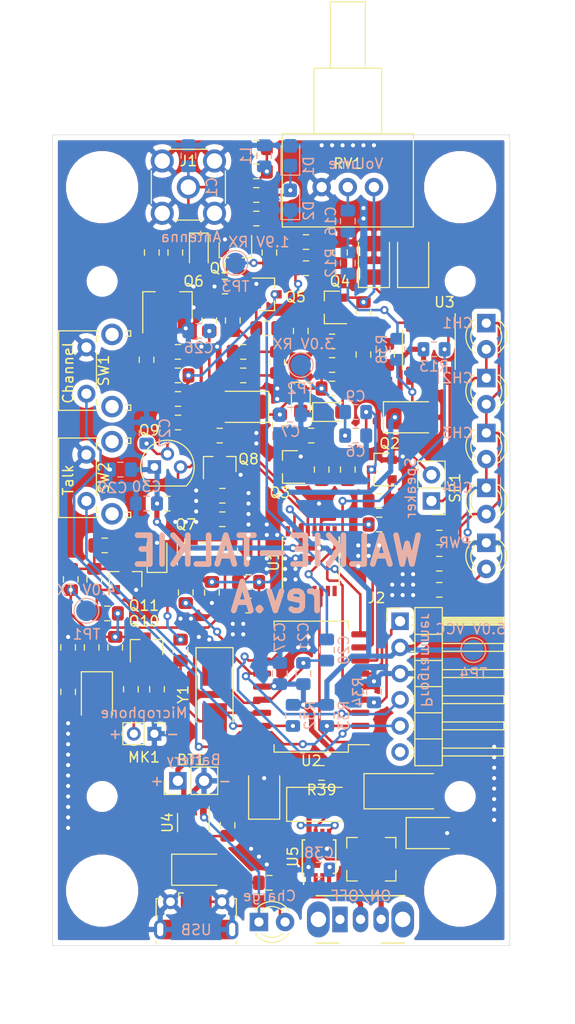
<source format=kicad_pcb>
(kicad_pcb (version 20171130) (host pcbnew 5.1.6-c6e7f7d~86~ubuntu18.04.1)
  (layers (0 F.Cu signal) (31 B.Cu signal) (34 B.Paste user hide) (35 F.Paste user hide) (36 B.SilkS user) (37 F.SilkS user) (38 B.Mask user hide) (39 F.Mask user hide) (44 Edge.Cuts user))
  (net 0 "")
  (net 1 "Net-(U1-Pad16)")
  (net 2 "Net-(U1-Pad10)")
  (net 3 "Net-(U1-Pad8)")
  (net 4 "Net-(U1-Pad7)")
  (net 5 "Net-(U1-Pad5)")
  (net 6 "Net-(U1-Pad4)")
  (net 7 "Net-(U2-Pad18)")
  (net 8 GND)
  (net 9 "Net-(BT1-Pad1)")
  (net 10 "Net-(C1-Pad1)")
  (net 11 "Net-(C2-Pad2)")
  (net 12 "Net-(C3-Pad2)")
  (net 13 "Net-(C4-Pad2)")
  (net 14 "Net-(C12-Pad1)")
  (net 15 "Net-(C8-Pad2)")
  (net 16 RSSI)
  (net 17 "Net-(C10-Pad1)")
  (net 18 "Net-(C10-Pad2)")
  (net 19 "Net-(C11-Pad2)")
  (net 20 "Net-(C11-Pad1)")
  (net 21 "Net-(C12-Pad2)")
  (net 22 "Net-(C13-Pad2)")
  (net 23 "Net-(C13-Pad1)")
  (net 24 "Net-(C14-Pad2)")
  (net 25 "Net-(C16-Pad2)")
  (net 26 "Net-(C16-Pad1)")
  (net 27 "Net-(C17-Pad1)")
  (net 28 "Net-(C18-Pad1)")
  (net 29 VCC)
  (net 30 "Net-(C20-Pad2)")
  (net 31 XTAL1)
  (net 32 "Net-(C22-Pad2)")
  (net 33 "Net-(C22-Pad1)")
  (net 34 "Net-(C23-Pad1)")
  (net 35 "Net-(C24-Pad1)")
  (net 36 "Net-(C25-Pad2)")
  (net 37 "Net-(C25-Pad1)")
  (net 38 "Net-(C26-Pad2)")
  (net 39 "Net-(C28-Pad2)")
  (net 40 "Net-(C32-Pad1)")
  (net 41 "Net-(C33-Pad1)")
  (net 42 "Net-(C34-Pad2)")
  (net 43 "Net-(C34-Pad1)")
  (net 44 "Net-(C35-Pad2)")
  (net 45 "Net-(C35-Pad1)")
  (net 46 "Net-(C36-Pad2)")
  (net 47 XTAL2)
  (net 48 "Net-(C38-Pad1)")
  (net 49 "Net-(C40-Pad1)")
  (net 50 "Net-(C41-Pad1)")
  (net 51 "Net-(D5-Pad2)")
  (net 52 "Net-(D6-Pad2)")
  (net 53 "Net-(D6-Pad1)")
  (net 54 "Net-(D8-Pad2)")
  (net 55 "Net-(D10-Pad2)")
  (net 56 "Net-(D11-Pad2)")
  (net 57 "Net-(D11-Pad1)")
  (net 58 "Net-(D12-Pad2)")
  (net 59 "Net-(J2-Pad6)")
  (net 60 ~CS)
  (net 61 TX_EN)
  (net 62 VPP)
  (net 63 "Net-(J3-Pad3)")
  (net 64 "Net-(J3-Pad4)")
  (net 65 "Net-(J3-Pad2)")
  (net 66 "Net-(L4-Pad1)")
  (net 67 "Net-(Q7-Pad3)")
  (net 68 "Net-(Q7-Pad1)")
  (net 69 "Net-(Q8-Pad3)")
  (net 70 "Net-(Q8-Pad1)")
  (net 71 "Net-(Q10-Pad2)")
  (net 72 "Net-(Q11-Pad3)")
  (net 73 RX_EN)
  (net 74 "Net-(R12-Pad2)")
  (net 75 SPK_EN)
  (net 76 "Net-(R30-Pad1)")
  (net 77 "Net-(R31-Pad1)")
  (net 78 "Net-(R32-Pad1)")
  (net 79 "Net-(R33-Pad1)")
  (net 80 "Net-(R36-Pad2)")
  (net 81 "Net-(SP1-Pad1)")
  (net 82 "Net-(SW3-Pad1)")
  (net 83 FSEL)
  (net 84 SCK)
  (net 85 SDI)
  (net 86 "Net-(U5-Pad3)")
  (net 87 "Net-(U5-Pad2)")
  (net 88 "Net-(Q9-Pad3)")
  (net 89 "Net-(R38-Pad1)")
  (net 90 "Net-(C39-Pad1)")
  (module Resistor_SMD:R_0805_2012Metric_Pad1.15x1.40mm_HandSolder (layer F.Cu) (at 76.953 125.476 180)
    (fp_text reference R39 (at 0 -1.65) (layer F.SilkS))
    (fp_text value 2)
    (pad 2 smd roundrect (at 1.025 0 180) (size 1.15 1.4) (layers F.Cu F.Paste F.Mask) (roundrect_rratio 0.217391) (net 90 "Net-(C39-Pad1)"))
    (pad 1 smd roundrect (at -1.025 0 180) (size 1.15 1.4) (layers F.Cu F.Paste F.Mask) (roundrect_rratio 0.217391) (net 29 VCC))
  )
  (module Capacitor_Tantalum_SMD:CP_EIA-6032-28_Kemet-C (layer F.Cu) (at 84.836 127.254)
    (fp_text reference C44 hide)
    (fp_text value "220uF 10v")
    (pad 2 smd roundrect (at 2.4625 0) (size 2.075 2.35) (layers F.Cu F.Paste F.Mask) (roundrect_rratio 0.120482) (net 8 GND))
    (pad 1 smd roundrect (at -2.4625 0) (size 2.075 2.35) (layers F.Cu F.Paste F.Mask) (roundrect_rratio 0.120482) (net 29 VCC))
  )
  (module Package_SO:SSOP-16_4.4x5.2mm_P0.65mm (layer F.Cu) (at 75.946 104.902 90)
    (fp_text reference U1 (at 0 -3.65 90) (layer F.SilkS))
    (fp_text value MRF49XA)
    (pad 16 smd rect (at 2.9 -2.275 90) (size 1 0.4) (layers F.Cu F.Paste F.Mask) (net 1 "Net-(U1-Pad16)"))
    (pad 15 smd rect (at 2.9 -1.625 90) (size 1 0.4) (layers F.Cu F.Paste F.Mask) (net 16 RSSI))
    (pad 14 smd rect (at 2.9 -0.975 90) (size 1 0.4) (layers F.Cu F.Paste F.Mask) (net 29 VCC))
    (pad 13 smd rect (at 2.9 -0.325 90) (size 1 0.4) (layers F.Cu F.Paste F.Mask) (net 40 "Net-(C32-Pad1)"))
    (pad 12 smd rect (at 2.9 0.325 90) (size 1 0.4) (layers F.Cu F.Paste F.Mask) (net 32 "Net-(C22-Pad2)"))
    (pad 11 smd rect (at 2.9 0.975 90) (size 1 0.4) (layers F.Cu F.Paste F.Mask) (net 8 GND))
    (pad 10 smd rect (at 2.9 1.625 90) (size 1 0.4) (layers F.Cu F.Paste F.Mask) (net 2 "Net-(U1-Pad10)"))
    (pad 9 smd rect (at 2.9 2.275 90) (size 1 0.4) (layers F.Cu F.Paste F.Mask) (net 30 "Net-(C20-Pad2)"))
    (pad 8 smd rect (at -2.9 2.275 90) (size 1 0.4) (layers F.Cu F.Paste F.Mask) (net 3 "Net-(U1-Pad8)"))
    (pad 7 smd rect (at -2.9 1.625 90) (size 1 0.4) (layers F.Cu F.Paste F.Mask) (net 4 "Net-(U1-Pad7)"))
    (pad 6 smd rect (at -2.9 0.975 90) (size 1 0.4) (layers F.Cu F.Paste F.Mask) (net 83 FSEL))
    (pad 5 smd rect (at -2.9 0.325 90) (size 1 0.4) (layers F.Cu F.Paste F.Mask) (net 5 "Net-(U1-Pad5)"))
    (pad 4 smd rect (at -2.9 -0.325 90) (size 1 0.4) (layers F.Cu F.Paste F.Mask) (net 6 "Net-(U1-Pad4)"))
    (pad 3 smd rect (at -2.9 -0.975 90) (size 1 0.4) (layers F.Cu F.Paste F.Mask) (net 60 ~CS))
    (pad 2 smd rect (at -2.9 -1.625 90) (size 1 0.4) (layers F.Cu F.Paste F.Mask) (net 84 SCK))
    (pad 1 smd rect (at -2.9 -2.275 90) (size 1 0.4) (layers F.Cu F.Paste F.Mask) (net 85 SDI))
  )
  (module Package_SO:TSSOP-8_3x3mm_P0.65mm (layer F.Cu) (at 76.708 133.604 90)
    (fp_text reference U5 (at 0 -2.55 90) (layer F.SilkS))
    (fp_text value max1674)
    (pad 8 smd rect (at 2.15 -0.975 90) (size 1.1 0.4) (layers F.Cu F.Paste F.Mask) (net 90 "Net-(C39-Pad1)"))
    (pad 7 smd rect (at 2.15 -0.325 90) (size 1.1 0.4) (layers F.Cu F.Paste F.Mask) (net 58 "Net-(D12-Pad2)"))
    (pad 6 smd rect (at 2.15 0.325 90) (size 1.1 0.4) (layers F.Cu F.Paste F.Mask) (net 8 GND))
    (pad 5 smd rect (at 2.15 0.975 90) (size 1.1 0.4) (layers F.Cu F.Paste F.Mask) (net 90 "Net-(C39-Pad1)"))
    (pad 4 smd rect (at -2.15 0.975 90) (size 1.1 0.4) (layers F.Cu F.Paste F.Mask) (net 48 "Net-(C38-Pad1)"))
    (pad 3 smd rect (at -2.15 0.325 90) (size 1.1 0.4) (layers F.Cu F.Paste F.Mask) (net 86 "Net-(U5-Pad3)"))
    (pad 2 smd rect (at -2.15 -0.325 90) (size 1.1 0.4) (layers F.Cu F.Paste F.Mask) (net 87 "Net-(U5-Pad2)"))
    (pad 1 smd rect (at -2.15 -0.975 90) (size 1.1 0.4) (layers F.Cu F.Paste F.Mask) (net 8 GND))
  )
  (module Resistor_SMD:R_0805_2012Metric_Pad1.15x1.40mm_HandSolder (layer B.Cu) (at 84.328 84.328 90)
    (fp_text reference R38 (at 0 -1.524 90) (layer B.SilkS) (effects (justify mirror)))
    (fp_text value 150k)
    (pad 2 smd roundrect (at 1.025 0 90) (size 1.15 1.4) (layers B.Cu B.Paste B.Mask) (roundrect_rratio 0.217391) (net 74 "Net-(R12-Pad2)"))
    (pad 1 smd roundrect (at -1.025 0 90) (size 1.15 1.4) (layers B.Cu B.Paste B.Mask) (roundrect_rratio 0.217391) (net 89 "Net-(R38-Pad1)"))
  )
  (module Capacitor_Tantalum_SMD:CP_EIA-3528-21_Kemet-B_Pad1.50x2.35mm_HandSolder (layer F.Cu) (at 85.598 90.932)
    (fp_text reference C19 hide)
    (fp_text value 47uF hide)
    (pad 2 smd roundrect (at 1.625 0) (size 1.5 2.35) (layers F.Cu F.Paste F.Mask) (roundrect_rratio 0.166667) (net 8 GND))
    (pad 1 smd roundrect (at -1.625 0) (size 1.5 2.35) (layers F.Cu F.Paste F.Mask) (roundrect_rratio 0.166667) (net 29 VCC))
  )
  (module Capacitor_Tantalum_SMD:CP_EIA-3528-21_Kemet-B (layer F.Cu) (at 69.342 89.916 180)
    (fp_text reference C43 hide)
    (fp_text value "100uF 6v" hide)
    (pad 2 smd roundrect (at 1.5375 0 180) (size 1.325 2.35) (layers F.Cu F.Paste F.Mask) (roundrect_rratio 0.188679) (net 8 GND))
    (pad 1 smd roundrect (at -1.5375 0 180) (size 1.325 2.35) (layers F.Cu F.Paste F.Mask) (roundrect_rratio 0.188679) (net 14 "Net-(C12-Pad1)"))
  )
  (module Connector_PinHeader_2.54mm:PinHeader_1x06_P2.54mm_Horizontal (layer F.Cu) (at 84.582 110.744)
    (fp_text reference J2 (at -2.286 -2.27) (layer F.SilkS))
    (fp_text value ICSP hide)
    (pad 6 thru_hole oval (at 0 12.7) (size 1.7 1.7) (drill 1) (layers *.Cu *.Mask) (net 59 "Net-(J2-Pad6)"))
    (pad 5 thru_hole oval (at 0 10.16) (size 1.7 1.7) (drill 1) (layers *.Cu *.Mask) (net 60 ~CS))
    (pad 4 thru_hole oval (at 0 7.62) (size 1.7 1.7) (drill 1) (layers *.Cu *.Mask) (net 61 TX_EN))
    (pad 3 thru_hole oval (at 0 5.08) (size 1.7 1.7) (drill 1) (layers *.Cu *.Mask) (net 8 GND))
    (pad 2 thru_hole oval (at 0 2.54) (size 1.7 1.7) (drill 1) (layers *.Cu *.Mask) (net 29 VCC))
    (pad 1 thru_hole rect (at 0 0) (size 1.7 1.7) (drill 1) (layers *.Cu *.Mask) (net 62 VPP))
  )
  (module Capacitor_Tantalum_SMD:CP_EIA-3528-21_Kemet-B (layer F.Cu) (at 55.118 118.11 270)
    (fp_text reference C42 hide)
    (fp_text value "100uF 6v" hide)
    (pad 2 smd roundrect (at 1.5375 0 270) (size 1.325 2.35) (layers F.Cu F.Paste F.Mask) (roundrect_rratio 0.188679) (net 8 GND))
    (pad 1 smd roundrect (at -1.5375 0 270) (size 1.325 2.35) (layers F.Cu F.Paste F.Mask) (roundrect_rratio 0.188679) (net 41 "Net-(C33-Pad1)"))
  )
  (module Capacitor_Tantalum_SMD:CP_EIA-3528-21_Kemet-B_Pad1.50x2.35mm_HandSolder (layer F.Cu) (at 65.024 134.874)
    (fp_text reference C41 hide)
    (fp_text value "47uF 16v" hide)
    (pad 2 smd roundrect (at 1.625 0) (size 1.5 2.35) (layers F.Cu F.Paste F.Mask) (roundrect_rratio 0.166667) (net 8 GND))
    (pad 1 smd roundrect (at -1.625 0) (size 1.5 2.35) (layers F.Cu F.Paste F.Mask) (roundrect_rratio 0.166667) (net 50 "Net-(C41-Pad1)"))
  )
  (module Diode_SMD:D_SMA (layer F.Cu) (at 76.962 128.524)
    (fp_text reference D12 hide)
    (fp_text value MBR0520 hide)
    (pad 2 smd rect (at 2 0) (size 2.5 1.8) (layers F.Cu F.Paste F.Mask) (net 58 "Net-(D12-Pad2)"))
    (pad 1 smd rect (at -2 0) (size 2.5 1.8) (layers F.Cu F.Paste F.Mask) (net 90 "Net-(C39-Pad1)"))
  )
  (module Capacitor_Tantalum_SMD:CP_EIA-3528-21_Kemet-B (layer F.Cu) (at 71.374 127.508 90)
    (fp_text reference C39 hide)
    (fp_text value "47uF 16v" hide)
    (pad 2 smd roundrect (at 1.5375 0 90) (size 1.325 2.35) (layers F.Cu F.Paste F.Mask) (roundrect_rratio 0.188679) (net 8 GND))
    (pad 1 smd roundrect (at -1.5375 0 90) (size 1.325 2.35) (layers F.Cu F.Paste F.Mask) (roundrect_rratio 0.188679) (net 90 "Net-(C39-Pad1)"))
  )
  (module Capacitor_Tantalum_SMD:CP_EIA-3528-21_Kemet-B (layer F.Cu) (at 87.63 131.318)
    (fp_text reference C40 hide)
    (fp_text value "47uF 16v" hide)
    (pad 2 smd roundrect (at 1.5375 0) (size 1.325 2.35) (layers F.Cu F.Paste F.Mask) (roundrect_rratio 0.188679) (net 8 GND))
    (pad 1 smd roundrect (at -1.5375 0) (size 1.325 2.35) (layers F.Cu F.Paste F.Mask) (roundrect_rratio 0.188679) (net 49 "Net-(C40-Pad1)"))
  )
  (module Package_TO_SOT_SMD:SOT-89-3 (layer F.Cu) (at 61.976 80.518 90)
    (fp_text reference Q6 (at 2.794 2.54) (layer F.SilkS))
    (fp_text value 2SC3357 hide)
    (pad 2 smd trapezoid (at -0.0762 0 180) (size 1.5 1) (rect_delta 0 0.7) (layers F.Cu F.Paste F.Mask) (net 39 "Net-(C28-Pad2)"))
    (pad 2 smd rect (at 1.3335 0) (size 2.2 1.84) (layers F.Cu F.Paste F.Mask) (net 39 "Net-(C28-Pad2)"))
    (pad 3 smd rect (at -1.48 1.5) (size 1 1.5) (layers F.Cu F.Paste F.Mask) (net 8 GND))
    (pad 2 smd rect (at -1.3335 0) (size 1 1.8) (layers F.Cu F.Paste F.Mask) (net 39 "Net-(C28-Pad2)"))
    (pad 1 smd rect (at -1.48 -1.5) (size 1 1.5) (layers F.Cu F.Paste F.Mask) (net 66 "Net-(L4-Pad1)"))
    (pad 2 smd trapezoid (at 2.667 0) (size 1.6 0.85) (rect_delta 0 0.6) (layers F.Cu F.Paste F.Mask) (net 39 "Net-(C28-Pad2)"))
  )
  (module Inductor_SMD:L_Bourns-SRN4018 (layer F.Cu) (at 81.788 133.858 180)
    (fp_text reference L9 hide)
    (fp_text value 22uH hide)
    (pad 2 smd rect (at 1.525 0 180) (size 1.5 3.6) (layers F.Cu F.Paste F.Mask) (net 58 "Net-(D12-Pad2)"))
    (pad 1 smd rect (at -1.525 0 180) (size 1.5 3.6) (layers F.Cu F.Paste F.Mask) (net 49 "Net-(C40-Pad1)"))
  )
  (module MountingHole:MountingHole_2mm (layer F.Cu) (at 90.424 127.762)
    (fp_text reference H8 hide)
    (fp_text value MountingHole hide)
    (pad "" np_thru_hole circle (at 0 0) (size 2 2) (drill 2) (layers *.Cu *.Mask))
  )
  (module MountingHole:MountingHole_2mm (layer F.Cu) (at 90.424 77.724)
    (fp_text reference H7 hide)
    (fp_text value MountingHole hide)
    (pad "" np_thru_hole circle (at 0 0) (size 2 2) (drill 2) (layers *.Cu *.Mask))
  )
  (module MountingHole:MountingHole_2mm (layer F.Cu) (at 55.626 127.762)
    (fp_text reference H6 hide)
    (fp_text value MountingHole hide)
    (pad "" np_thru_hole circle (at 0 0) (size 2 2) (drill 2) (layers *.Cu *.Mask))
  )
  (module MountingHole:MountingHole_2mm (layer F.Cu) (at 55.626 77.724)
    (fp_text reference H5 hide)
    (fp_text value MountingHole hide)
    (pad "" np_thru_hole circle (at 0 0) (size 2 2) (drill 2) (layers *.Cu *.Mask))
  )
  (module MountingHole:MountingHole_6mm (layer F.Cu) (at 90.424 136.906)
    (fp_text reference H4 hide)
    (fp_text value MountingHole hide)
    (pad 1 np_thru_hole circle (at 0 0) (size 6 6) (drill 6) (layers *.Cu *.Mask))
  )
  (module MountingHole:MountingHole_6mm (layer F.Cu) (at 90.424 68.58)
    (fp_text reference H3 hide)
    (fp_text value MountingHole hide)
    (pad 1 np_thru_hole circle (at 0 0) (size 6 6) (drill 6) (layers *.Cu *.Mask))
  )
  (module MountingHole:MountingHole_6mm (layer F.Cu) (at 55.626 136.906)
    (fp_text reference H2 hide)
    (fp_text value MountingHole hide)
    (pad 1 np_thru_hole circle (at 0 0) (size 6 6) (drill 6) (layers *.Cu *.Mask))
  )
  (module MountingHole:MountingHole_6mm (layer F.Cu) (at 55.626 68.58)
    (fp_text reference H1 hide)
    (fp_text value MountingHole hide)
    (pad 1 np_thru_hole circle (at 0 0) (size 6 6) (drill 6) (layers *.Cu *.Mask))
  )
  (module Crystal:Crystal_SMD_5032-2Pin_5.0x3.2mm_HandSoldering (layer F.Cu) (at 66.548 117.856 270)
    (fp_text reference Y1 (at 0 3.048 90) (layer F.SilkS))
    (fp_text value 10MHz hide)
    (pad 2 smd rect (at 2.6 0 270) (size 3.5 2.4) (layers F.Cu F.Paste F.Mask) (net 47 XTAL2))
    (pad 1 smd rect (at -2.6 0 270) (size 3.5 2.4) (layers F.Cu F.Paste F.Mask) (net 31 XTAL1))
  )
  (module Package_TO_SOT_SMD:TSOT-23-5 (layer F.Cu) (at 64.516 130.302 270)
    (fp_text reference U4 (at 0 2.54 90) (layer F.SilkS))
    (fp_text value LTC4054ES5-4.2 hide)
    (pad 5 smd rect (at 1.31 -0.95 270) (size 1.22 0.65) (layers F.Cu F.Paste F.Mask) (net 80 "Net-(R36-Pad2)"))
    (pad 4 smd rect (at 1.31 0.95 270) (size 1.22 0.65) (layers F.Cu F.Paste F.Mask) (net 50 "Net-(C41-Pad1)"))
    (pad 3 smd rect (at -1.31 0.95 270) (size 1.22 0.65) (layers F.Cu F.Paste F.Mask) (net 9 "Net-(BT1-Pad1)"))
    (pad 2 smd rect (at -1.31 0 270) (size 1.22 0.65) (layers F.Cu F.Paste F.Mask) (net 8 GND))
    (pad 1 smd rect (at -1.31 -0.95 270) (size 1.22 0.65) (layers F.Cu F.Paste F.Mask) (net 57 "Net-(D11-Pad1)"))
  )
  (module TestPoint:TestPoint_Pad_D2.0mm (layer B.Cu) (at 91.694 113.538)
    (fp_text reference TP4 (at 0 2.286) (layer B.SilkS) (effects (justify mirror)))
    (fp_text value 5V hide)
    (pad 1 smd circle (at 0 0) (size 2 2) (layers B.Cu B.Mask) (net 29 VCC))
  )
  (module TestPoint:TestPoint_Pad_D2.0mm (layer B.Cu) (at 68.58 75.946)
    (fp_text reference TP3 (at 0 2.286) (layer B.SilkS) (effects (justify mirror)))
    (fp_text value "1.9V RX" hide)
    (pad 1 smd circle (at 0 0) (size 2 2) (layers B.Cu B.Mask) (net 34 "Net-(C23-Pad1)"))
  )
  (module TestPoint:TestPoint_Pad_D2.0mm (layer B.Cu) (at 74.93 85.852)
    (fp_text reference TP2 (at 0 2.286) (layer B.SilkS) (effects (justify mirror)))
    (fp_text value "3V RX" hide)
    (pad 1 smd circle (at 0 0) (size 2 2) (layers B.Cu B.Mask) (net 14 "Net-(C12-Pad1)"))
  )
  (module TestPoint:TestPoint_Pad_D2.0mm (layer B.Cu) (at 54.102 109.728)
    (fp_text reference TP1 (at 0 2.286) (layer B.SilkS) (effects (justify mirror)))
    (fp_text value "4V RX" hide)
    (pad 1 smd circle (at 0 0) (size 2 2) (layers B.Cu B.Mask) (net 41 "Net-(C33-Pad1)"))
  )
  (module Button_Switch_THT:SW_CuK_OS102011MA1QN1_SPDT_Angled (layer F.Cu) (at 78.74 139.7)
    (fp_text reference SW3 hide)
    (fp_text value POWER hide)
    (pad "" thru_hole oval (at 6.1 0) (size 2.2 3.5) (drill 1.5) (layers *.Cu *.Mask))
    (pad "" thru_hole oval (at -2.1 0) (size 2.2 3.5) (drill 1.5) (layers *.Cu *.Mask))
    (pad 3 thru_hole oval (at 4 0) (size 1.5 2.5) (drill 0.9) (layers *.Cu *.Mask) (net 49 "Net-(C40-Pad1)"))
    (pad 2 thru_hole oval (at 2 0) (size 1.5 2.5) (drill 0.9) (layers *.Cu *.Mask) (net 9 "Net-(BT1-Pad1)"))
    (pad 1 thru_hole rect (at 0 0) (size 1.5 2.5) (drill 0.9) (layers *.Cu *.Mask) (net 82 "Net-(SW3-Pad1)"))
  )
  (module Button_Switch_THT:SW_Tactile_SPST_Angled_PTS645Vx83-2LFS (layer F.Cu) (at 54.102 99.06 90)
    (fp_text reference SW2 (at 2.25 1.68 90) (layer F.SilkS))
    (fp_text value Talk hide)
    (pad "" thru_hole circle (at -1.25 2.49 90) (size 2.1 2.1) (drill 1.3) (layers *.Cu *.Mask))
    (pad 1 thru_hole circle (at 0 0 90) (size 1.75 1.75) (drill 0.99) (layers *.Cu *.Mask) (net 78 "Net-(R32-Pad1)"))
    (pad 2 thru_hole circle (at 4.5 0 90) (size 1.75 1.75) (drill 0.99) (layers *.Cu *.Mask) (net 8 GND))
    (pad "" thru_hole circle (at 5.76 2.49 90) (size 2.1 2.1) (drill 1.3) (layers *.Cu *.Mask))
  )
  (module Button_Switch_THT:SW_Tactile_SPST_Angled_PTS645Vx83-2LFS (layer F.Cu) (at 54.102 88.646 90)
    (fp_text reference SW1 (at 2.25 1.68 90) (layer F.SilkS))
    (fp_text value Channel hide)
    (pad "" thru_hole circle (at -1.25 2.49 90) (size 2.1 2.1) (drill 1.3) (layers *.Cu *.Mask))
    (pad 1 thru_hole circle (at 0 0 90) (size 1.75 1.75) (drill 0.99) (layers *.Cu *.Mask) (net 79 "Net-(R33-Pad1)"))
    (pad 2 thru_hole circle (at 4.5 0 90) (size 1.75 1.75) (drill 0.99) (layers *.Cu *.Mask) (net 8 GND))
    (pad "" thru_hole circle (at 5.76 2.49 90) (size 2.1 2.1) (drill 1.3) (layers *.Cu *.Mask))
  )
  (module Connector_PinHeader_2.54mm:PinHeader_1x02_P2.54mm_Vertical (layer F.Cu) (at 87.63 99.06 180)
    (fp_text reference SP1 (at -2.286 1.27 270) (layer F.SilkS))
    (fp_text value Speaker hide)
    (pad 2 thru_hole oval (at 0 2.54 180) (size 1.7 1.7) (drill 1) (layers *.Cu *.Mask) (net 89 "Net-(R38-Pad1)"))
    (pad 1 thru_hole rect (at 0 0 180) (size 1.7 1.7) (drill 1) (layers *.Cu *.Mask) (net 81 "Net-(SP1-Pad1)"))
  )
  (module Potentiometer_THT:Potentiometer_Vishay_148-149_Single_Horizontal (layer F.Cu) (at 82.042 68.58 90)
    (fp_text reference RV1 (at 2.286 -2.54) (layer F.SilkS))
    (fp_text value 22k hide)
    (pad 1 thru_hole circle (at 0 0 90) (size 1.8 1.8) (drill 1) (layers *.Cu *.Mask) (net 22 "Net-(C13-Pad2)"))
    (pad 2 thru_hole circle (at 0 -2.54 90) (size 1.8 1.8) (drill 1) (layers *.Cu *.Mask) (net 26 "Net-(C16-Pad1)"))
    (pad 3 thru_hole circle (at 0 -5.08 90) (size 1.8 1.8) (drill 1) (layers *.Cu *.Mask) (net 8 GND))
  )
  (module Resistor_SMD:R_0805_2012Metric_Pad1.15x1.40mm_HandSolder (layer F.Cu) (at 88.392 107.696)
    (fp_text reference R37 hide)
    (fp_text value 470 hide)
    (pad 2 smd roundrect (at 1.025 0) (size 1.15 1.4) (layers F.Cu F.Paste F.Mask) (roundrect_rratio 0.217391) (net 55 "Net-(D10-Pad2)"))
    (pad 1 smd roundrect (at -1.025 0) (size 1.15 1.4) (layers F.Cu F.Paste F.Mask) (roundrect_rratio 0.217391) (net 29 VCC))
  )
  (module Resistor_SMD:R_0805_2012Metric_Pad1.15x1.40mm_HandSolder (layer F.Cu) (at 67.818 130.556 270)
    (fp_text reference R36 hide)
    (fp_text value 2k* hide)
    (pad 2 smd roundrect (at 1.025 0 270) (size 1.15 1.4) (layers F.Cu F.Paste F.Mask) (roundrect_rratio 0.217391) (net 80 "Net-(R36-Pad2)"))
    (pad 1 smd roundrect (at -1.025 0 270) (size 1.15 1.4) (layers F.Cu F.Paste F.Mask) (roundrect_rratio 0.217391) (net 8 GND))
  )
  (module Resistor_SMD:R_0805_2012Metric_Pad1.15x1.40mm_HandSolder (layer F.Cu) (at 71.882 136.144 180)
    (fp_text reference R35 hide)
    (fp_text value 300 hide)
    (pad 2 smd roundrect (at 1.025 0 180) (size 1.15 1.4) (layers F.Cu F.Paste F.Mask) (roundrect_rratio 0.217391) (net 50 "Net-(C41-Pad1)"))
    (pad 1 smd roundrect (at -1.025 0 180) (size 1.15 1.4) (layers F.Cu F.Paste F.Mask) (roundrect_rratio 0.217391) (net 56 "Net-(D11-Pad2)"))
  )
  (module Resistor_SMD:R_0805_2012Metric_Pad1.15x1.40mm_HandSolder (layer B.Cu) (at 82.042 117.602 90)
    (fp_text reference R34 (at 0 -1.524 270) (layer B.SilkS) (effects (justify mirror)))
    (fp_text value 10k* hide)
    (pad 2 smd roundrect (at 1.025 0 90) (size 1.15 1.4) (layers B.Cu B.Paste B.Mask) (roundrect_rratio 0.217391) (net 8 GND))
    (pad 1 smd roundrect (at -1.025 0 90) (size 1.15 1.4) (layers B.Cu B.Paste B.Mask) (roundrect_rratio 0.217391) (net 62 VPP))
  )
  (module Resistor_SMD:R_0805_2012Metric_Pad1.15x1.40mm_HandSolder (layer B.Cu) (at 77.47 119.888 90)
    (fp_text reference R33 (at 0 1.65 90) (layer B.SilkS) (effects (justify mirror)))
    (fp_text value 10k hide)
    (pad 2 smd roundrect (at 1.025 0 90) (size 1.15 1.4) (layers B.Cu B.Paste B.Mask) (roundrect_rratio 0.217391) (net 29 VCC))
    (pad 1 smd roundrect (at -1.025 0 90) (size 1.15 1.4) (layers B.Cu B.Paste B.Mask) (roundrect_rratio 0.217391) (net 79 "Net-(R33-Pad1)"))
  )
  (module Resistor_SMD:R_0805_2012Metric_Pad1.15x1.40mm_HandSolder (layer B.Cu) (at 74.168 119.888 90)
    (fp_text reference R32 (at 0 1.65 90) (layer B.SilkS) (effects (justify mirror)))
    (fp_text value 10k hide)
    (pad 2 smd roundrect (at 1.025 0 90) (size 1.15 1.4) (layers B.Cu B.Paste B.Mask) (roundrect_rratio 0.217391) (net 29 VCC))
    (pad 1 smd roundrect (at -1.025 0 90) (size 1.15 1.4) (layers B.Cu B.Paste B.Mask) (roundrect_rratio 0.217391) (net 78 "Net-(R32-Pad1)"))
  )
  (module Resistor_SMD:R_0805_2012Metric_Pad1.15x1.40mm_HandSolder (layer F.Cu) (at 88.392 105.156)
    (fp_text reference R31 hide)
    (fp_text value 330 hide)
    (pad 2 smd roundrect (at 1.025 0) (size 1.15 1.4) (layers F.Cu F.Paste F.Mask) (roundrect_rratio 0.217391) (net 54 "Net-(D8-Pad2)"))
    (pad 1 smd roundrect (at -1.025 0) (size 1.15 1.4) (layers F.Cu F.Paste F.Mask) (roundrect_rratio 0.217391) (net 77 "Net-(R31-Pad1)"))
  )
  (module Resistor_SMD:R_0805_2012Metric_Pad1.15x1.40mm_HandSolder (layer F.Cu) (at 88.392 102.616)
    (fp_text reference R30 hide)
    (fp_text value 330 hide)
    (pad 2 smd roundrect (at 1.025 0) (size 1.15 1.4) (layers F.Cu F.Paste F.Mask) (roundrect_rratio 0.217391) (net 52 "Net-(D6-Pad2)"))
    (pad 1 smd roundrect (at -1.025 0) (size 1.15 1.4) (layers F.Cu F.Paste F.Mask) (roundrect_rratio 0.217391) (net 76 "Net-(R30-Pad1)"))
  )
  (module Resistor_SMD:R_0805_2012Metric_Pad1.15x1.40mm_HandSolder (layer F.Cu) (at 55.88 103.378)
    (fp_text reference R29 hide)
    (fp_text value 100k hide)
    (pad 2 smd roundrect (at 1.025 0) (size 1.15 1.4) (layers F.Cu F.Paste F.Mask) (roundrect_rratio 0.217391) (net 46 "Net-(C36-Pad2)"))
    (pad 1 smd roundrect (at -1.025 0) (size 1.15 1.4) (layers F.Cu F.Paste F.Mask) (roundrect_rratio 0.217391) (net 72 "Net-(Q11-Pad3)"))
  )
  (module Resistor_SMD:R_0805_2012Metric_Pad1.15x1.40mm_HandSolder (layer F.Cu) (at 52.578 106.68 270)
    (fp_text reference R28 hide)
    (fp_text value 10k hide)
    (pad 2 smd roundrect (at 1.025 0 270) (size 1.15 1.4) (layers F.Cu F.Paste F.Mask) (roundrect_rratio 0.217391) (net 41 "Net-(C33-Pad1)"))
    (pad 1 smd roundrect (at -1.025 0 270) (size 1.15 1.4) (layers F.Cu F.Paste F.Mask) (roundrect_rratio 0.217391) (net 72 "Net-(Q11-Pad3)"))
  )
  (module Resistor_SMD:R_0805_2012Metric_Pad1.15x1.40mm_HandSolder (layer F.Cu) (at 54.864 106.68 90)
    (fp_text reference R27 hide)
    (fp_text value 220k hide)
    (pad 2 smd roundrect (at 1.025 0 90) (size 1.15 1.4) (layers F.Cu F.Paste F.Mask) (roundrect_rratio 0.217391) (net 72 "Net-(Q11-Pad3)"))
    (pad 1 smd roundrect (at -1.025 0 90) (size 1.15 1.4) (layers F.Cu F.Paste F.Mask) (roundrect_rratio 0.217391) (net 44 "Net-(C35-Pad2)"))
  )
  (module Resistor_SMD:R_0805_2012Metric_Pad1.15x1.40mm_HandSolder (layer F.Cu) (at 60.96 117.348 90)
    (fp_text reference R26 hide)
    (fp_text value 100 hide)
    (pad 2 smd roundrect (at 1.025 0 90) (size 1.15 1.4) (layers F.Cu F.Paste F.Mask) (roundrect_rratio 0.217391) (net 71 "Net-(Q10-Pad2)"))
    (pad 1 smd roundrect (at -1.025 0 90) (size 1.15 1.4) (layers F.Cu F.Paste F.Mask) (roundrect_rratio 0.217391) (net 8 GND))
  )
  (module Resistor_SMD:R_0805_2012Metric_Pad1.15x1.40mm_HandSolder (layer F.Cu) (at 54.61 113.284 270)
    (fp_text reference R25 hide)
    (fp_text value 10k hide)
    (pad 2 smd roundrect (at 1.025 0 270) (size 1.15 1.4) (layers F.Cu F.Paste F.Mask) (roundrect_rratio 0.217391) (net 41 "Net-(C33-Pad1)"))
    (pad 1 smd roundrect (at -1.025 0 270) (size 1.15 1.4) (layers F.Cu F.Paste F.Mask) (roundrect_rratio 0.217391) (net 45 "Net-(C35-Pad1)"))
  )
  (module Resistor_SMD:R_0805_2012Metric_Pad1.15x1.40mm_HandSolder (layer F.Cu) (at 56.896 113.284 90)
    (fp_text reference R24 hide)
    (fp_text value 220k hide)
    (pad 2 smd roundrect (at 1.025 0 90) (size 1.15 1.4) (layers F.Cu F.Paste F.Mask) (roundrect_rratio 0.217391) (net 45 "Net-(C35-Pad1)"))
    (pad 1 smd roundrect (at -1.025 0 90) (size 1.15 1.4) (layers F.Cu F.Paste F.Mask) (roundrect_rratio 0.217391) (net 42 "Net-(C34-Pad2)"))
  )
  (module Resistor_SMD:R_0805_2012Metric_Pad1.15x1.40mm_HandSolder (layer F.Cu) (at 52.324 117.602 90)
    (fp_text reference R23 hide)
    (fp_text value 4k7 hide)
    (pad 2 smd roundrect (at 1.025 0 90) (size 1.15 1.4) (layers F.Cu F.Paste F.Mask) (roundrect_rratio 0.217391) (net 41 "Net-(C33-Pad1)"))
    (pad 1 smd roundrect (at -1.025 0 90) (size 1.15 1.4) (layers F.Cu F.Paste F.Mask) (roundrect_rratio 0.217391) (net 43 "Net-(C34-Pad1)"))
  )
  (module Resistor_SMD:R_0805_2012Metric_Pad1.15x1.40mm_HandSolder (layer F.Cu) (at 63.754 107.95 90)
    (fp_text reference R22 hide)
    (fp_text value 1k hide)
    (pad 2 smd roundrect (at 1.025 0 90) (size 1.15 1.4) (layers F.Cu F.Paste F.Mask) (roundrect_rratio 0.217391) (net 68 "Net-(Q7-Pad1)"))
    (pad 1 smd roundrect (at -1.025 0 90) (size 1.15 1.4) (layers F.Cu F.Paste F.Mask) (roundrect_rratio 0.217391) (net 61 TX_EN))
  )
  (module Resistor_SMD:R_0805_2012Metric_Pad1.15x1.40mm_HandSolder (layer F.Cu) (at 68.072 103.886 90)
    (fp_text reference R21 hide)
    (fp_text value 1k hide)
    (pad 2 smd roundrect (at 1.025 0 90) (size 1.15 1.4) (layers F.Cu F.Paste F.Mask) (roundrect_rratio 0.217391) (net 67 "Net-(Q7-Pad3)"))
    (pad 1 smd roundrect (at -1.025 0 90) (size 1.15 1.4) (layers F.Cu F.Paste F.Mask) (roundrect_rratio 0.217391) (net 41 "Net-(C33-Pad1)"))
  )
  (module Resistor_SMD:R_0805_2012Metric_Pad1.15x1.40mm_HandSolder (layer F.Cu) (at 67.31 100.838)
    (fp_text reference R20 hide)
    (fp_text value 10k hide)
    (pad 2 smd roundrect (at 1.025 0) (size 1.15 1.4) (layers F.Cu F.Paste F.Mask) (roundrect_rratio 0.217391) (net 67 "Net-(Q7-Pad3)"))
    (pad 1 smd roundrect (at -1.025 0) (size 1.15 1.4) (layers F.Cu F.Paste F.Mask) (roundrect_rratio 0.217391) (net 8 GND))
  )
  (module Resistor_SMD:R_0805_2012Metric_Pad1.15x1.40mm_HandSolder (layer F.Cu) (at 67.31 98.552)
    (fp_text reference R19 hide)
    (fp_text value 1k hide)
    (pad 2 smd roundrect (at 1.025 0) (size 1.15 1.4) (layers F.Cu F.Paste F.Mask) (roundrect_rratio 0.217391) (net 67 "Net-(Q7-Pad3)"))
    (pad 1 smd roundrect (at -1.025 0) (size 1.15 1.4) (layers F.Cu F.Paste F.Mask) (roundrect_rratio 0.217391) (net 70 "Net-(Q8-Pad1)"))
  )
  (module Resistor_SMD:R_0805_2012Metric_Pad1.15x1.40mm_HandSolder (layer F.Cu) (at 61.976 99.314)
    (fp_text reference R18 hide)
    (fp_text value 22k hide)
    (pad 2 smd roundrect (at 1.025 0) (size 1.15 1.4) (layers F.Cu F.Paste F.Mask) (roundrect_rratio 0.217391) (net 88 "Net-(Q9-Pad3)"))
    (pad 1 smd roundrect (at -1.025 0) (size 1.15 1.4) (layers F.Cu F.Paste F.Mask) (roundrect_rratio 0.217391) (net 29 VCC))
  )
  (module Resistor_SMD:R_0805_2012Metric_Pad1.15x1.40mm_HandSolder (layer F.Cu) (at 67.056 92.71)
    (fp_text reference R17 hide)
    (fp_text value 470 hide)
    (pad 2 smd roundrect (at 1.025 0) (size 1.15 1.4) (layers F.Cu F.Paste F.Mask) (roundrect_rratio 0.217391) (net 69 "Net-(Q8-Pad3)"))
    (pad 1 smd roundrect (at -1.025 0) (size 1.15 1.4) (layers F.Cu F.Paste F.Mask) (roundrect_rratio 0.217391) (net 88 "Net-(Q9-Pad3)"))
  )
  (module Resistor_SMD:R_0805_2012Metric_Pad1.15x1.40mm_HandSolder (layer F.Cu) (at 62.992 84.582)
    (fp_text reference R16 hide)
    (fp_text value 330 hide)
    (pad 2 smd roundrect (at 1.025 0) (size 1.15 1.4) (layers F.Cu F.Paste F.Mask) (roundrect_rratio 0.217391) (net 8 GND))
    (pad 1 smd roundrect (at -1.025 0) (size 1.15 1.4) (layers F.Cu F.Paste F.Mask) (roundrect_rratio 0.217391) (net 66 "Net-(L4-Pad1)"))
  )
  (module Resistor_SMD:R_0805_2012Metric_Pad1.15x1.40mm_HandSolder (layer F.Cu) (at 63.001 91.44 180)
    (fp_text reference R15 hide)
    (fp_text value 220 hide)
    (pad 2 smd roundrect (at 1.025 0 180) (size 1.15 1.4) (layers F.Cu F.Paste F.Mask) (roundrect_rratio 0.217391) (net 36 "Net-(C25-Pad2)"))
    (pad 1 smd roundrect (at -1.025 0 180) (size 1.15 1.4) (layers F.Cu F.Paste F.Mask) (roundrect_rratio 0.217391) (net 38 "Net-(C26-Pad2)"))
  )
  (module Resistor_SMD:R_0805_2012Metric_Pad1.15x1.40mm_HandSolder (layer F.Cu) (at 67.564 78.232 180)
    (fp_text reference R14 hide)
    (fp_text value 470 hide)
    (pad 2 smd roundrect (at 1.025 0 180) (size 1.15 1.4) (layers F.Cu F.Paste F.Mask) (roundrect_rratio 0.217391) (net 8 GND))
    (pad 1 smd roundrect (at -1.025 0 180) (size 1.15 1.4) (layers F.Cu F.Paste F.Mask) (roundrect_rratio 0.217391) (net 35 "Net-(C24-Pad1)"))
  )
  (module Resistor_SMD:R_0805_2012Metric_Pad1.15x1.40mm_HandSolder (layer B.Cu) (at 87.884 84.328)
    (fp_text reference R13 (at 0 1.65) (layer B.SilkS) (effects (justify mirror)))
    (fp_text value 4k7 hide)
    (pad 2 smd roundrect (at 1.025 0) (size 1.15 1.4) (layers B.Cu B.Paste B.Mask) (roundrect_rratio 0.217391) (net 75 SPK_EN))
    (pad 1 smd roundrect (at -1.025 0) (size 1.15 1.4) (layers B.Cu B.Paste B.Mask) (roundrect_rratio 0.217391) (net 29 VCC))
  )
  (module Resistor_SMD:R_0805_2012Metric_Pad1.15x1.40mm_HandSolder (layer B.Cu) (at 79.502 75.946 270)
    (fp_text reference R12 (at 0 1.65 90) (layer B.SilkS) (effects (justify mirror)))
    (fp_text value 10k hide)
    (pad 2 smd roundrect (at 1.025 0 270) (size 1.15 1.4) (layers B.Cu B.Paste B.Mask) (roundrect_rratio 0.217391) (net 74 "Net-(R12-Pad2)"))
    (pad 1 smd roundrect (at -1.025 0 270) (size 1.15 1.4) (layers B.Cu B.Paste B.Mask) (roundrect_rratio 0.217391) (net 25 "Net-(C16-Pad2)"))
  )
  (module Resistor_SMD:R_0805_2012Metric_Pad1.15x1.40mm_HandSolder (layer F.Cu) (at 81.026 84.836 270)
    (fp_text reference R11 hide)
    (fp_text value 10k hide)
    (pad 2 smd roundrect (at 1.025 0 270) (size 1.15 1.4) (layers F.Cu F.Paste F.Mask) (roundrect_rratio 0.217391) (net 24 "Net-(C14-Pad2)"))
    (pad 1 smd roundrect (at -1.025 0 270) (size 1.15 1.4) (layers F.Cu F.Paste F.Mask) (roundrect_rratio 0.217391) (net 23 "Net-(C13-Pad1)"))
  )
  (module Resistor_SMD:R_0805_2012Metric_Pad1.15x1.40mm_HandSolder (layer F.Cu) (at 83.312 84.836 90)
    (fp_text reference R10 hide)
    (fp_text value 10k hide)
    (pad 2 smd roundrect (at 1.025 0 90) (size 1.15 1.4) (layers F.Cu F.Paste F.Mask) (roundrect_rratio 0.217391) (net 23 "Net-(C13-Pad1)"))
    (pad 1 smd roundrect (at -1.025 0 90) (size 1.15 1.4) (layers F.Cu F.Paste F.Mask) (roundrect_rratio 0.217391) (net 21 "Net-(C12-Pad2)"))
  )
  (module Resistor_SMD:R_0805_2012Metric_Pad1.15x1.40mm_HandSolder (layer F.Cu) (at 77.978 88.138 180)
    (fp_text reference R9 hide)
    (fp_text value 10k hide)
    (pad 2 smd roundrect (at 1.025 0 180) (size 1.15 1.4) (layers F.Cu F.Paste F.Mask) (roundrect_rratio 0.217391) (net 14 "Net-(C12-Pad1)"))
    (pad 1 smd roundrect (at -1.025 0 180) (size 1.15 1.4) (layers F.Cu F.Paste F.Mask) (roundrect_rratio 0.217391) (net 21 "Net-(C12-Pad2)"))
  )
  (module Resistor_SMD:R_0805_2012Metric_Pad1.15x1.40mm_HandSolder (layer F.Cu) (at 72.898 91.694 90)
    (fp_text reference R8 hide)
    (fp_text value 10k hide)
    (pad 2 smd roundrect (at 1.025 0 90) (size 1.15 1.4) (layers F.Cu F.Paste F.Mask) (roundrect_rratio 0.217391) (net 14 "Net-(C12-Pad1)"))
    (pad 1 smd roundrect (at -1.025 0 90) (size 1.15 1.4) (layers F.Cu F.Paste F.Mask) (roundrect_rratio 0.217391) (net 20 "Net-(C11-Pad1)"))
  )
  (module Resistor_SMD:R_0805_2012Metric_Pad1.15x1.40mm_HandSolder (layer F.Cu) (at 76.962 96.012 90)
    (fp_text reference R7 hide)
    (fp_text value 220k hide)
    (pad 2 smd roundrect (at 1.025 0 90) (size 1.15 1.4) (layers F.Cu F.Paste F.Mask) (roundrect_rratio 0.217391) (net 20 "Net-(C11-Pad1)"))
    (pad 1 smd roundrect (at -1.025 0 90) (size 1.15 1.4) (layers F.Cu F.Paste F.Mask) (roundrect_rratio 0.217391) (net 18 "Net-(C10-Pad2)"))
  )
  (module Resistor_SMD:R_0805_2012Metric_Pad1.15x1.40mm_HandSolder (layer F.Cu) (at 80.264 92.71 180)
    (fp_text reference R6 hide)
    (fp_text value 10k hide)
    (pad 2 smd roundrect (at 1.025 0 180) (size 1.15 1.4) (layers F.Cu F.Paste F.Mask) (roundrect_rratio 0.217391) (net 14 "Net-(C12-Pad1)"))
    (pad 1 smd roundrect (at -1.025 0 180) (size 1.15 1.4) (layers F.Cu F.Paste F.Mask) (roundrect_rratio 0.217391) (net 17 "Net-(C10-Pad1)"))
  )
  (module Resistor_SMD:R_0805_2012Metric_Pad1.15x1.40mm_HandSolder (layer F.Cu) (at 82.55 99.06 180)
    (fp_text reference R5 hide)
    (fp_text value 220k hide)
    (pad 2 smd roundrect (at 1.025 0 180) (size 1.15 1.4) (layers F.Cu F.Paste F.Mask) (roundrect_rratio 0.217391) (net 17 "Net-(C10-Pad1)"))
    (pad 1 smd roundrect (at -1.025 0 180) (size 1.15 1.4) (layers F.Cu F.Paste F.Mask) (roundrect_rratio 0.217391) (net 15 "Net-(C8-Pad2)"))
  )
  (module Resistor_SMD:R_0805_2012Metric_Pad1.15x1.40mm_HandSolder (layer F.Cu) (at 75.438 76.454)
    (fp_text reference R4 hide)
    (fp_text value 470 hide)
    (pad 2 smd roundrect (at 1.025 0) (size 1.15 1.4) (layers F.Cu F.Paste F.Mask) (roundrect_rratio 0.217391) (net 14 "Net-(C12-Pad1)"))
    (pad 1 smd roundrect (at -1.025 0) (size 1.15 1.4) (layers F.Cu F.Paste F.Mask) (roundrect_rratio 0.217391) (net 73 RX_EN))
  )
  (module Resistor_SMD:R_0805_2012Metric_Pad1.15x1.40mm_HandSolder (layer F.Cu) (at 75.438 73.914)
    (fp_text reference R3 hide)
    (fp_text value 330 hide)
    (pad 2 smd roundrect (at 1.025 0) (size 1.15 1.4) (layers F.Cu F.Paste F.Mask) (roundrect_rratio 0.217391) (net 14 "Net-(C12-Pad1)"))
    (pad 1 smd roundrect (at -1.025 0) (size 1.15 1.4) (layers F.Cu F.Paste F.Mask) (roundrect_rratio 0.217391) (net 34 "Net-(C23-Pad1)"))
  )
  (module Resistor_SMD:R_0805_2012Metric_Pad1.15x1.40mm_HandSolder (layer F.Cu) (at 71.882 74.93 270)
    (fp_text reference R2 hide)
    (fp_text value 47k hide)
    (pad 2 smd roundrect (at 1.025 0 270) (size 1.15 1.4) (layers F.Cu F.Paste F.Mask) (roundrect_rratio 0.217391) (net 34 "Net-(C23-Pad1)"))
    (pad 1 smd roundrect (at -1.025 0 270) (size 1.15 1.4) (layers F.Cu F.Paste F.Mask) (roundrect_rratio 0.217391) (net 13 "Net-(C4-Pad2)"))
  )
  (module Resistor_SMD:R_0805_2012Metric_Pad1.15x1.40mm_HandSolder (layer F.Cu) (at 70.612 64.77)
    (fp_text reference R1 hide)
    (fp_text value 560 hide)
    (pad 2 smd roundrect (at 1.025 0) (size 1.15 1.4) (layers F.Cu F.Paste F.Mask) (roundrect_rratio 0.217391) (net 11 "Net-(C2-Pad2)"))
    (pad 1 smd roundrect (at -1.025 0) (size 1.15 1.4) (layers F.Cu F.Paste F.Mask) (roundrect_rratio 0.217391) (net 10 "Net-(C1-Pad1)"))
  )
  (module Package_TO_SOT_SMD:SOT-23 (layer F.Cu) (at 57.912 106.68 90)
    (fp_text reference Q11 (at -2.54 1.778) (layer F.SilkS))
    (fp_text value BC846B hide)
    (pad 3 smd rect (at 1 0 90) (size 0.9 0.8) (layers F.Cu F.Paste F.Mask) (net 72 "Net-(Q11-Pad3)"))
    (pad 2 smd rect (at -1 0.95 90) (size 0.9 0.8) (layers F.Cu F.Paste F.Mask) (net 8 GND))
    (pad 1 smd rect (at -1 -0.95 90) (size 0.9 0.8) (layers F.Cu F.Paste F.Mask) (net 44 "Net-(C35-Pad2)"))
  )
  (module Package_TO_SOT_SMD:SOT-23 (layer F.Cu) (at 59.944 113.284 90)
    (fp_text reference Q10 (at 2.54 -0.254) (layer F.SilkS))
    (fp_text value BC846B hide)
    (pad 3 smd rect (at 1 0 90) (size 0.9 0.8) (layers F.Cu F.Paste F.Mask) (net 45 "Net-(C35-Pad1)"))
    (pad 2 smd rect (at -1 0.95 90) (size 0.9 0.8) (layers F.Cu F.Paste F.Mask) (net 71 "Net-(Q10-Pad2)"))
    (pad 1 smd rect (at -1 -0.95 90) (size 0.9 0.8) (layers F.Cu F.Paste F.Mask) (net 42 "Net-(C34-Pad2)"))
  )
  (module Package_TO_SOT_THT:TO-92 (layer F.Cu) (at 60.706 95.758)
    (fp_text reference Q9 (at -0.508 -3.56) (layer F.SilkS))
    (fp_text value 2SA928 hide)
    (pad 1 thru_hole rect (at 0 0 90) (size 1.3 1.3) (drill 0.75) (layers *.Cu *.Mask) (net 29 VCC))
    (pad 3 thru_hole circle (at 2.54 0 90) (size 1.3 1.3) (drill 0.75) (layers *.Cu *.Mask) (net 88 "Net-(Q9-Pad3)"))
    (pad 2 thru_hole circle (at 1.27 -1.27 90) (size 1.3 1.3) (drill 0.75) (layers *.Cu *.Mask) (net 38 "Net-(C26-Pad2)"))
  )
  (module Package_TO_SOT_SMD:SOT-23 (layer F.Cu) (at 67.056 95.504 90)
    (fp_text reference Q8 (at 0.508 2.794) (layer F.SilkS))
    (fp_text value BC846B hide)
    (pad 3 smd rect (at 1 0 90) (size 0.9 0.8) (layers F.Cu F.Paste F.Mask) (net 69 "Net-(Q8-Pad3)"))
    (pad 2 smd rect (at -1 0.95 90) (size 0.9 0.8) (layers F.Cu F.Paste F.Mask) (net 8 GND))
    (pad 1 smd rect (at -1 -0.95 90) (size 0.9 0.8) (layers F.Cu F.Paste F.Mask) (net 70 "Net-(Q8-Pad1)"))
  )
  (module Package_TO_SOT_SMD:SOT-23 (layer F.Cu) (at 64.516 103.886 90)
    (fp_text reference Q7 (at 2.54 -0.762) (layer F.SilkS))
    (fp_text value BC856 hide)
    (pad 3 smd rect (at 1 0 90) (size 0.9 0.8) (layers F.Cu F.Paste F.Mask) (net 67 "Net-(Q7-Pad3)"))
    (pad 2 smd rect (at -1 0.95 90) (size 0.9 0.8) (layers F.Cu F.Paste F.Mask) (net 29 VCC))
    (pad 1 smd rect (at -1 -0.95 90) (size 0.9 0.8) (layers F.Cu F.Paste F.Mask) (net 68 "Net-(Q7-Pad1)"))
  )
  (module Package_TO_SOT_SMD:SOT-23 (layer F.Cu) (at 71.628 78.994)
    (fp_text reference Q5 (at 2.794 0.254) (layer F.SilkS))
    (fp_text value 2SC3356 hide)
    (pad 3 smd rect (at 1 0) (size 0.9 0.8) (layers F.Cu F.Paste F.Mask) (net 36 "Net-(C25-Pad2)"))
    (pad 2 smd rect (at -1 0.95) (size 0.9 0.8) (layers F.Cu F.Paste F.Mask) (net 35 "Net-(C24-Pad1)"))
    (pad 1 smd rect (at -1 -0.95) (size 0.9 0.8) (layers F.Cu F.Paste F.Mask) (net 8 GND))
  )
  (module Package_TO_SOT_SMD:SOT-23 (layer F.Cu) (at 77.978 80.264 180)
    (fp_text reference Q4 (at -0.762 2.54) (layer F.SilkS))
    (fp_text value BC846B hide)
    (pad 3 smd rect (at 1 0 180) (size 0.9 0.8) (layers F.Cu F.Paste F.Mask) (net 14 "Net-(C12-Pad1)"))
    (pad 2 smd rect (at -1 0.95 180) (size 0.9 0.8) (layers F.Cu F.Paste F.Mask) (net 22 "Net-(C13-Pad2)"))
    (pad 1 smd rect (at -1 -0.95 180) (size 0.9 0.8) (layers F.Cu F.Paste F.Mask) (net 24 "Net-(C14-Pad2)"))
  )
  (module Package_TO_SOT_SMD:SOT-23 (layer F.Cu) (at 73.914 95.758 180)
    (fp_text reference Q3 (at 1.016 -2.5) (layer F.SilkS))
    (fp_text value BC846B hide)
    (pad 3 smd rect (at 1 0 180) (size 0.9 0.8) (layers F.Cu F.Paste F.Mask) (net 20 "Net-(C11-Pad1)"))
    (pad 2 smd rect (at -1 0.95 180) (size 0.9 0.8) (layers F.Cu F.Paste F.Mask) (net 8 GND))
    (pad 1 smd rect (at -1 -0.95 180) (size 0.9 0.8) (layers F.Cu F.Paste F.Mask) (net 18 "Net-(C10-Pad2)"))
  )
  (module Package_TO_SOT_SMD:SOT-23 (layer F.Cu) (at 82.804 96.012 180)
    (fp_text reference Q2 (at -0.762 2.54) (layer F.SilkS))
    (fp_text value BC846B hide)
    (pad 3 smd rect (at 1 0 180) (size 0.9 0.8) (layers F.Cu F.Paste F.Mask) (net 17 "Net-(C10-Pad1)"))
    (pad 2 smd rect (at -1 0.95 180) (size 0.9 0.8) (layers F.Cu F.Paste F.Mask) (net 8 GND))
    (pad 1 smd rect (at -1 -0.95 180) (size 0.9 0.8) (layers F.Cu F.Paste F.Mask) (net 15 "Net-(C8-Pad2)"))
  )
  (module Package_TO_SOT_SMD:SOT-23 (layer F.Cu) (at 68.58 74.676 270)
    (fp_text reference Q1 (at 1.778 1.524) (layer F.SilkS))
    (fp_text value BFQ67 hide)
    (pad 3 smd rect (at 1 0 270) (size 0.9 0.8) (layers F.Cu F.Paste F.Mask) (net 34 "Net-(C23-Pad1)"))
    (pad 2 smd rect (at -1 0.95 270) (size 0.9 0.8) (layers F.Cu F.Paste F.Mask) (net 8 GND))
    (pad 1 smd rect (at -1 -0.95 270) (size 0.9 0.8) (layers F.Cu F.Paste F.Mask) (net 13 "Net-(C4-Pad2)"))
  )
  (module Inductor_SMD:L_0805_2012Metric_Pad1.15x1.40mm_HandSolder (layer F.Cu) (at 69.859 106.934)
    (fp_text reference L8 hide)
    (fp_text value 47nH hide)
    (pad 2 smd roundrect (at 1.025 0) (size 1.15 1.4) (layers F.Cu F.Paste F.Mask) (roundrect_rratio 0.217391) (net 29 VCC))
    (pad 1 smd roundrect (at -1.025 0) (size 1.15 1.4) (layers F.Cu F.Paste F.Mask) (roundrect_rratio 0.217391) (net 40 "Net-(C32-Pad1)"))
  )
  (module Inductor_SMD:L_0805_2012Metric_Pad1.15x1.40mm_HandSolder (layer F.Cu) (at 69.342 86.868 180)
    (fp_text reference L7 hide)
    (fp_text value 47nH hide)
    (pad 2 smd roundrect (at 1.025 0 180) (size 1.15 1.4) (layers F.Cu F.Paste F.Mask) (roundrect_rratio 0.217391) (net 40 "Net-(C32-Pad1)"))
    (pad 1 smd roundrect (at -1.025 0 180) (size 1.15 1.4) (layers F.Cu F.Paste F.Mask) (roundrect_rratio 0.217391) (net 32 "Net-(C22-Pad2)"))
  )
  (module Inductor_SMD:L_0805_2012Metric_Pad1.15x1.40mm_HandSolder (layer F.Cu) (at 69.342 84.582 180)
    (fp_text reference L6 hide)
    (fp_text value 47nH hide)
    (pad 2 smd roundrect (at 1.025 0 180) (size 1.15 1.4) (layers F.Cu F.Paste F.Mask) (roundrect_rratio 0.217391) (net 40 "Net-(C32-Pad1)"))
    (pad 1 smd roundrect (at -1.025 0 180) (size 1.15 1.4) (layers F.Cu F.Paste F.Mask) (roundrect_rratio 0.217391) (net 33 "Net-(C22-Pad1)"))
  )
  (module Inductor_SMD:L_0805_2012Metric_Pad1.15x1.40mm_HandSolder (layer F.Cu) (at 63.001 89.154)
    (fp_text reference L5 hide)
    (fp_text value 22nH hide)
    (pad 2 smd roundrect (at 1.025 0) (size 1.15 1.4) (layers F.Cu F.Paste F.Mask) (roundrect_rratio 0.217391) (net 38 "Net-(C26-Pad2)"))
    (pad 1 smd roundrect (at -1.025 0) (size 1.15 1.4) (layers F.Cu F.Paste F.Mask) (roundrect_rratio 0.217391) (net 36 "Net-(C25-Pad2)"))
  )
  (module Inductor_SMD:L_0805_2012Metric_Pad1.15x1.40mm_HandSolder (layer F.Cu) (at 59.944 85.344 270)
    (fp_text reference L4 hide)
    (fp_text value 8.2nH hide)
    (pad 2 smd roundrect (at 1.025 0 270) (size 1.15 1.4) (layers F.Cu F.Paste F.Mask) (roundrect_rratio 0.217391) (net 37 "Net-(C25-Pad1)"))
    (pad 1 smd roundrect (at -1.025 0 270) (size 1.15 1.4) (layers F.Cu F.Paste F.Mask) (roundrect_rratio 0.217391) (net 66 "Net-(L4-Pad1)"))
  )
  (module Inductor_SMD:L_0805_2012Metric_Pad1.15x1.40mm_HandSolder (layer F.Cu) (at 66.04 81.534 270)
    (fp_text reference L3 hide)
    (fp_text value 47nH hide)
    (pad 2 smd roundrect (at 1.025 0 270) (size 1.15 1.4) (layers F.Cu F.Paste F.Mask) (roundrect_rratio 0.217391) (net 38 "Net-(C26-Pad2)"))
    (pad 1 smd roundrect (at -1.025 0 270) (size 1.15 1.4) (layers F.Cu F.Paste F.Mask) (roundrect_rratio 0.217391) (net 39 "Net-(C28-Pad2)"))
  )
  (module Inductor_SMD:L_0805_2012Metric_Pad1.15x1.40mm_HandSolder (layer F.Cu) (at 62.738 74.93 270)
    (fp_text reference L2 hide)
    (fp_text value 22nH hide)
    (pad 2 smd roundrect (at 1.025 0 270) (size 1.15 1.4) (layers F.Cu F.Paste F.Mask) (roundrect_rratio 0.217391) (net 39 "Net-(C28-Pad2)"))
    (pad 1 smd roundrect (at -1.025 0 270) (size 1.15 1.4) (layers F.Cu F.Paste F.Mask) (roundrect_rratio 0.217391) (net 51 "Net-(D5-Pad2)"))
  )
  (module Inductor_SMD:L_0805_2012Metric_Pad1.15x1.40mm_HandSolder (layer B.Cu) (at 71.374 65.541 90)
    (fp_text reference L1 (at 0 -1.778 90) (layer B.SilkS) (effects (justify mirror)))
    (fp_text value 33nH hide)
    (pad 2 smd roundrect (at 1.025 0 90) (size 1.15 1.4) (layers B.Cu B.Paste B.Mask) (roundrect_rratio 0.217391) (net 8 GND))
    (pad 1 smd roundrect (at -1.025 0 90) (size 1.15 1.4) (layers B.Cu B.Paste B.Mask) (roundrect_rratio 0.217391) (net 11 "Net-(C2-Pad2)"))
  )
  (module Connector_USB:USB_Micro-B_Molex-105017-0001 (layer F.Cu) (at 64.77 139.446)
    (fp_text reference J3 hide)
    (fp_text value USB_B_Micro hide)
    (pad 6 smd rect (at -2.9 1.2375) (size 1.2 1.9) (layers F.Cu F.Mask) (net 8 GND))
    (pad 6 smd rect (at 2.9 1.2375) (size 1.2 1.9) (layers F.Cu F.Mask) (net 8 GND))
    (pad 6 thru_hole oval (at 3.5 1.2375) (size 1.2 1.9) (drill oval 0.6 1.3) (layers *.Cu *.Mask) (net 8 GND))
    (pad 6 thru_hole oval (at -3.5 1.2375 180) (size 1.2 1.9) (drill oval 0.6 1.3) (layers *.Cu *.Mask) (net 8 GND))
    (pad 6 smd rect (at -1 1.2375) (size 1.5 1.9) (layers F.Cu F.Paste F.Mask) (net 8 GND))
    (pad 6 thru_hole circle (at 2.5 -1.4625) (size 1.45 1.45) (drill 0.85) (layers *.Cu *.Mask) (net 8 GND))
    (pad 3 smd rect (at 0 -1.4625) (size 0.4 1.35) (layers F.Cu F.Paste F.Mask) (net 63 "Net-(J3-Pad3)"))
    (pad 4 smd rect (at 0.65 -1.4625) (size 0.4 1.35) (layers F.Cu F.Paste F.Mask) (net 64 "Net-(J3-Pad4)"))
    (pad 5 smd rect (at 1.3 -1.4625) (size 0.4 1.35) (layers F.Cu F.Paste F.Mask) (net 8 GND))
    (pad 1 smd rect (at -1.3 -1.4625) (size 0.4 1.35) (layers F.Cu F.Paste F.Mask) (net 50 "Net-(C41-Pad1)"))
    (pad 2 smd rect (at -0.65 -1.4625) (size 0.4 1.35) (layers F.Cu F.Paste F.Mask) (net 65 "Net-(J3-Pad2)"))
    (pad 6 thru_hole circle (at -2.5 -1.4625) (size 1.45 1.45) (drill 0.85) (layers *.Cu *.Mask) (net 8 GND))
    (pad 6 smd rect (at 1 1.2375) (size 1.5 1.9) (layers F.Cu F.Paste F.Mask) (net 8 GND))
  )
  (module Connector_Coaxial:SMA_Molex_73251-2200_Horizontal (layer F.Cu) (at 64.008 68.58)
    (fp_text reference J1 (at 0 -2.54) (layer F.SilkS))
    (fp_text value ANT hide)
    (pad 2 thru_hole circle (at -2.54 2.54) (size 2.25 2.25) (drill 1.5) (layers *.Cu *.Mask) (net 8 GND))
    (pad 2 thru_hole circle (at -2.54 -2.54) (size 2.25 2.25) (drill 1.5) (layers *.Cu *.Mask) (net 8 GND))
    (pad 2 thru_hole circle (at 2.54 -2.54) (size 2.25 2.25) (drill 1.5) (layers *.Cu *.Mask) (net 8 GND))
    (pad 2 thru_hole circle (at 2.54 2.54 90) (size 2.25 2.25) (drill 1.5) (layers *.Cu *.Mask) (net 8 GND))
    (pad 1 thru_hole circle (at 0 0) (size 2.25 2.25) (drill 1.5) (layers *.Cu *.Mask) (net 10 "Net-(C1-Pad1)"))
  )
  (module Diode_SMD:D_0805_2012Metric_Pad1.15x1.40mm_HandSolder (layer F.Cu) (at 60.96 104.14 90)
    (fp_text reference D13 hide)
    (fp_text value BBY57 hide)
    (pad 2 smd roundrect (at 1.025 0 90) (size 1.15 1.4) (layers F.Cu F.Paste F.Mask) (roundrect_rratio 0.217391) (net 8 GND))
    (pad 1 smd roundrect (at -1.025 0 90) (size 1.15 1.4) (layers F.Cu F.Paste F.Mask) (roundrect_rratio 0.217391) (net 46 "Net-(C36-Pad2)"))
  )
  (module LED_THT:LED_D3.0mm (layer F.Cu) (at 70.866 139.954)
    (fp_text reference D11 hide)
    (fp_text value CHARGE hide)
    (pad 2 thru_hole circle (at 2.54 0) (size 1.8 1.8) (drill 0.9) (layers *.Cu *.Mask) (net 56 "Net-(D11-Pad2)"))
    (pad 1 thru_hole rect (at 0 0) (size 1.8 1.8) (drill 0.9) (layers *.Cu *.Mask) (net 57 "Net-(D11-Pad1)"))
  )
  (module LED_THT:LED_D3.0mm (layer F.Cu) (at 92.964 103.124 270)
    (fp_text reference D10 hide)
    (fp_text value PWR hide)
    (pad 2 thru_hole circle (at 2.54 0 270) (size 1.8 1.8) (drill 0.9) (layers *.Cu *.Mask) (net 55 "Net-(D10-Pad2)"))
    (pad 1 thru_hole rect (at 0 0 270) (size 1.8 1.8) (drill 0.9) (layers *.Cu *.Mask) (net 8 GND))
  )
  (module LED_THT:LED_D3.0mm (layer F.Cu) (at 92.964 97.79 270)
    (fp_text reference D9 hide)
    (fp_text value CH4 hide)
    (pad 2 thru_hole circle (at 2.54 0 270) (size 1.8 1.8) (drill 0.9) (layers *.Cu *.Mask) (net 53 "Net-(D6-Pad1)"))
    (pad 1 thru_hole rect (at 0 0 270) (size 1.8 1.8) (drill 0.9) (layers *.Cu *.Mask) (net 54 "Net-(D8-Pad2)"))
  )
  (module LED_THT:LED_D3.0mm (layer F.Cu) (at 92.964 92.456 270)
    (fp_text reference D8 hide)
    (fp_text value CH3 hide)
    (pad 2 thru_hole circle (at 2.54 0 270) (size 1.8 1.8) (drill 0.9) (layers *.Cu *.Mask) (net 54 "Net-(D8-Pad2)"))
    (pad 1 thru_hole rect (at 0 0 270) (size 1.8 1.8) (drill 0.9) (layers *.Cu *.Mask) (net 53 "Net-(D6-Pad1)"))
  )
  (module LED_THT:LED_D3.0mm (layer F.Cu) (at 92.964 87.122 270)
    (fp_text reference D7 hide)
    (fp_text value CH2 hide)
    (pad 2 thru_hole circle (at 2.54 0 270) (size 1.8 1.8) (drill 0.9) (layers *.Cu *.Mask) (net 53 "Net-(D6-Pad1)"))
    (pad 1 thru_hole rect (at 0 0 270) (size 1.8 1.8) (drill 0.9) (layers *.Cu *.Mask) (net 52 "Net-(D6-Pad2)"))
  )
  (module LED_THT:LED_D3.0mm (layer F.Cu) (at 92.964 81.788 270)
    (fp_text reference D6 hide)
    (fp_text value CH1 hide)
    (pad 2 thru_hole circle (at 2.54 0 270) (size 1.8 1.8) (drill 0.9) (layers *.Cu *.Mask) (net 52 "Net-(D6-Pad2)"))
    (pad 1 thru_hole rect (at 0 0 270) (size 1.8 1.8) (drill 0.9) (layers *.Cu *.Mask) (net 53 "Net-(D6-Pad1)"))
  )
  (module Diode_SMD:D_0805_2012Metric_Castellated (layer F.Cu) (at 65.024 74.93 270)
    (fp_text reference D5 hide)
    (fp_text value HVC131 hide)
    (pad 2 smd roundrect (at 0.9625 0 270) (size 1.325 1.3) (layers F.Cu F.Paste F.Mask) (roundrect_rratio 0.192308) (net 51 "Net-(D5-Pad2)"))
    (pad 1 smd roundrect (at -0.9625 0 270) (size 1.325 1.3) (layers F.Cu F.Paste F.Mask) (roundrect_rratio 0.192308) (net 10 "Net-(C1-Pad1)"))
  )
  (module Diode_SMD:D_0805_2012Metric_Castellated (layer F.Cu) (at 77.978 90.424)
    (fp_text reference D4 hide)
    (fp_text value BAS316 hide)
    (pad 2 smd roundrect (at 0.9625 0) (size 1.325 1.3) (layers F.Cu F.Paste F.Mask) (roundrect_rratio 0.192308) (net 21 "Net-(C12-Pad2)"))
    (pad 1 smd roundrect (at -0.9625 0) (size 1.325 1.3) (layers F.Cu F.Paste F.Mask) (roundrect_rratio 0.192308) (net 19 "Net-(C11-Pad2)"))
  )
  (module Diode_SMD:D_0805_2012Metric_Castellated (layer F.Cu) (at 74.93 89.408 270)
    (fp_text reference D3 hide)
    (fp_text value BAS316 hide)
    (pad 2 smd roundrect (at 0.9625 0 270) (size 1.325 1.3) (layers F.Cu F.Paste F.Mask) (roundrect_rratio 0.192308) (net 19 "Net-(C11-Pad2)"))
    (pad 1 smd roundrect (at -0.9625 0 270) (size 1.325 1.3) (layers F.Cu F.Paste F.Mask) (roundrect_rratio 0.192308) (net 14 "Net-(C12-Pad1)"))
  )
  (module Diode_SMD:D_0805_2012Metric_Castellated (layer B.Cu) (at 73.914 69.85 90)
    (fp_text reference D2 (at -1.016 1.778 90) (layer B.SilkS) (effects (justify mirror)))
    (fp_text value BAS316 hide)
    (pad 2 smd roundrect (at 0.9625 0 90) (size 1.325 1.3) (layers B.Cu B.Paste B.Mask) (roundrect_rratio 0.192308) (net 12 "Net-(C3-Pad2)"))
    (pad 1 smd roundrect (at -0.9625 0 90) (size 1.325 1.3) (layers B.Cu B.Paste B.Mask) (roundrect_rratio 0.192308) (net 8 GND))
  )
  (module Diode_SMD:D_0805_2012Metric_Castellated (layer B.Cu) (at 73.914 65.532 90)
    (fp_text reference D1 (at -1.016 1.778 90) (layer B.SilkS) (effects (justify mirror)))
    (fp_text value BAS316 hide)
    (pad 2 smd roundrect (at 0.9625 0 90) (size 1.325 1.3) (layers B.Cu B.Paste B.Mask) (roundrect_rratio 0.192308) (net 8 GND))
    (pad 1 smd roundrect (at -0.9625 0 90) (size 1.325 1.3) (layers B.Cu B.Paste B.Mask) (roundrect_rratio 0.192308) (net 12 "Net-(C3-Pad2)"))
  )
  (module Capacitor_SMD:C_0805_2012Metric_Pad1.15x1.40mm_HandSolder (layer B.Cu) (at 76.708 134.874 180)
    (fp_text reference C38 (at 0 1.65) (layer B.SilkS) (effects (justify mirror)))
    (fp_text value 100n hide)
    (pad 2 smd roundrect (at 1.025 0 180) (size 1.15 1.4) (layers B.Cu B.Paste B.Mask) (roundrect_rratio 0.217391) (net 8 GND))
    (pad 1 smd roundrect (at -1.025 0 180) (size 1.15 1.4) (layers B.Cu B.Paste B.Mask) (roundrect_rratio 0.217391) (net 48 "Net-(C38-Pad1)"))
  )
  (module Capacitor_SMD:C_0805_2012Metric_Pad1.15x1.40mm_HandSolder (layer B.Cu) (at 72.898 115.824 90)
    (fp_text reference C37 (at 3.556 0 90) (layer B.SilkS) (effects (justify mirror)))
    (fp_text value 100n hide)
    (pad 2 smd roundrect (at 1.025 0 90) (size 1.15 1.4) (layers B.Cu B.Paste B.Mask) (roundrect_rratio 0.217391) (net 8 GND))
    (pad 1 smd roundrect (at -1.025 0 90) (size 1.15 1.4) (layers B.Cu B.Paste B.Mask) (roundrect_rratio 0.217391) (net 29 VCC))
  )
  (module Capacitor_SMD:C_0805_2012Metric_Pad1.15x1.40mm_HandSolder (layer F.Cu) (at 63.246 113.547 90)
    (fp_text reference C36 hide)
    (fp_text value 10 hide)
    (pad 2 smd roundrect (at 1.025 0 90) (size 1.15 1.4) (layers F.Cu F.Paste F.Mask) (roundrect_rratio 0.217391) (net 46 "Net-(C36-Pad2)"))
    (pad 1 smd roundrect (at -1.025 0 90) (size 1.15 1.4) (layers F.Cu F.Paste F.Mask) (roundrect_rratio 0.217391) (net 47 XTAL2))
  )
  (module Capacitor_SMD:C_0805_2012Metric_Pad1.15x1.40mm_HandSolder (layer F.Cu) (at 56.134 109.982 180)
    (fp_text reference C35 hide)
    (fp_text value 47n hide)
    (pad 2 smd roundrect (at 1.025 0 180) (size 1.15 1.4) (layers F.Cu F.Paste F.Mask) (roundrect_rratio 0.217391) (net 44 "Net-(C35-Pad2)"))
    (pad 1 smd roundrect (at -1.025 0 180) (size 1.15 1.4) (layers F.Cu F.Paste F.Mask) (roundrect_rratio 0.217391) (net 45 "Net-(C35-Pad1)"))
  )
  (module Capacitor_SMD:C_0805_2012Metric_Pad1.15x1.40mm_HandSolder (layer F.Cu) (at 58.42 117.348 90)
    (fp_text reference C34 hide)
    (fp_text value 22n hide)
    (pad 2 smd roundrect (at 1.025 0 90) (size 1.15 1.4) (layers F.Cu F.Paste F.Mask) (roundrect_rratio 0.217391) (net 42 "Net-(C34-Pad2)"))
    (pad 1 smd roundrect (at -1.025 0 90) (size 1.15 1.4) (layers F.Cu F.Paste F.Mask) (roundrect_rratio 0.217391) (net 43 "Net-(C34-Pad1)"))
  )
  (module Capacitor_SMD:C_0805_2012Metric_Pad1.15x1.40mm_HandSolder (layer F.Cu) (at 52.324 113.284 90)
    (fp_text reference C33 hide)
    (fp_text value 100n hide)
    (pad 2 smd roundrect (at 1.025 0 90) (size 1.15 1.4) (layers F.Cu F.Paste F.Mask) (roundrect_rratio 0.217391) (net 8 GND))
    (pad 1 smd roundrect (at -1.025 0 90) (size 1.15 1.4) (layers F.Cu F.Paste F.Mask) (roundrect_rratio 0.217391) (net 41 "Net-(C33-Pad1)"))
  )
  (module Capacitor_SMD:C_0805_2012Metric_Pad1.15x1.40mm_HandSolder (layer F.Cu) (at 69.85 109.22)
    (fp_text reference C32 hide)
    (fp_text value 4.7 hide)
    (pad 2 smd roundrect (at 1.025 0) (size 1.15 1.4) (layers F.Cu F.Paste F.Mask) (roundrect_rratio 0.217391) (net 29 VCC))
    (pad 1 smd roundrect (at -1.025 0) (size 1.15 1.4) (layers F.Cu F.Paste F.Mask) (roundrect_rratio 0.217391) (net 40 "Net-(C32-Pad1)"))
  )
  (module Capacitor_SMD:C_0805_2012Metric_Pad1.15x1.40mm_HandSolder (layer F.Cu) (at 66.294 107.95 270)
    (fp_text reference C31 hide)
    (fp_text value 100n hide)
    (pad 2 smd roundrect (at 1.025 0 270) (size 1.15 1.4) (layers F.Cu F.Paste F.Mask) (roundrect_rratio 0.217391) (net 8 GND))
    (pad 1 smd roundrect (at -1.025 0 270) (size 1.15 1.4) (layers F.Cu F.Paste F.Mask) (roundrect_rratio 0.217391) (net 29 VCC))
  )
  (module Capacitor_SMD:C_0805_2012Metric_Pad1.15x1.40mm_HandSolder (layer B.Cu) (at 59.944 99.314 180)
    (fp_text reference C30 (at 0 1.65) (layer B.SilkS) (effects (justify mirror)))
    (fp_text value 100n hide)
    (pad 2 smd roundrect (at 1.025 0 180) (size 1.15 1.4) (layers B.Cu B.Paste B.Mask) (roundrect_rratio 0.217391) (net 8 GND))
    (pad 1 smd roundrect (at -1.025 0 180) (size 1.15 1.4) (layers B.Cu B.Paste B.Mask) (roundrect_rratio 0.217391) (net 29 VCC))
  )
  (module Capacitor_SMD:C_0805_2012Metric_Pad1.15x1.40mm_HandSolder (layer B.Cu) (at 57.404 96.012 180)
    (fp_text reference C29 (at 0.762 -1.778) (layer B.SilkS) (effects (justify mirror)))
    (fp_text value 100n hide)
    (pad 2 smd roundrect (at 1.025 0 180) (size 1.15 1.4) (layers B.Cu B.Paste B.Mask) (roundrect_rratio 0.217391) (net 8 GND))
    (pad 1 smd roundrect (at -1.025 0 180) (size 1.15 1.4) (layers B.Cu B.Paste B.Mask) (roundrect_rratio 0.217391) (net 29 VCC))
  )
  (module Capacitor_SMD:C_0805_2012Metric_Pad1.15x1.40mm_HandSolder (layer F.Cu) (at 60.452 74.93 270)
    (fp_text reference C28 hide)
    (fp_text value 4.7 hide)
    (pad 2 smd roundrect (at 1.025 0 270) (size 1.15 1.4) (layers F.Cu F.Paste F.Mask) (roundrect_rratio 0.217391) (net 39 "Net-(C28-Pad2)"))
    (pad 1 smd roundrect (at -1.025 0 270) (size 1.15 1.4) (layers F.Cu F.Paste F.Mask) (roundrect_rratio 0.217391) (net 8 GND))
  )
  (module Capacitor_SMD:C_0805_2012Metric_Pad1.15x1.40mm_HandSolder (layer B.Cu) (at 59.944 92.456 270)
    (fp_text reference C27 (at 0 -1.778 90) (layer B.SilkS) (effects (justify mirror)))
    (fp_text value 100n hide)
    (pad 2 smd roundrect (at 1.025 0 270) (size 1.15 1.4) (layers B.Cu B.Paste B.Mask) (roundrect_rratio 0.217391) (net 38 "Net-(C26-Pad2)"))
    (pad 1 smd roundrect (at -1.025 0 270) (size 1.15 1.4) (layers B.Cu B.Paste B.Mask) (roundrect_rratio 0.217391) (net 8 GND))
  )
  (module Capacitor_SMD:C_0805_2012Metric_Pad1.15x1.40mm_HandSolder (layer B.Cu) (at 65.024 82.55)
    (fp_text reference C26 (at 0 1.65) (layer B.SilkS) (effects (justify mirror)))
    (fp_text value 100n hide)
    (pad 2 smd roundrect (at 1.025 0) (size 1.15 1.4) (layers B.Cu B.Paste B.Mask) (roundrect_rratio 0.217391) (net 38 "Net-(C26-Pad2)"))
    (pad 1 smd roundrect (at -1.025 0) (size 1.15 1.4) (layers B.Cu B.Paste B.Mask) (roundrect_rratio 0.217391) (net 8 GND))
  )
  (module Capacitor_SMD:C_0805_2012Metric_Pad1.15x1.40mm_HandSolder (layer F.Cu) (at 62.992 86.868)
    (fp_text reference C25 hide)
    (fp_text value 4.7 hide)
    (pad 2 smd roundrect (at 1.025 0) (size 1.15 1.4) (layers F.Cu F.Paste F.Mask) (roundrect_rratio 0.217391) (net 36 "Net-(C25-Pad2)"))
    (pad 1 smd roundrect (at -1.025 0) (size 1.15 1.4) (layers F.Cu F.Paste F.Mask) (roundrect_rratio 0.217391) (net 37 "Net-(C25-Pad1)"))
  )
  (module Capacitor_SMD:C_0805_2012Metric_Pad1.15x1.40mm_HandSolder (layer F.Cu) (at 71.628 82.296)
    (fp_text reference C24 hide)
    (fp_text value 18 hide)
    (pad 2 smd roundrect (at 1.025 0) (size 1.15 1.4) (layers F.Cu F.Paste F.Mask) (roundrect_rratio 0.217391) (net 33 "Net-(C22-Pad1)"))
    (pad 1 smd roundrect (at -1.025 0) (size 1.15 1.4) (layers F.Cu F.Paste F.Mask) (roundrect_rratio 0.217391) (net 35 "Net-(C24-Pad1)"))
  )
  (module Capacitor_SMD:C_0805_2012Metric_Pad1.15x1.40mm_HandSolder (layer F.Cu) (at 68.326 81.534 270)
    (fp_text reference C23 hide)
    (fp_text value 4.7 hide)
    (pad 2 smd roundrect (at 1.025 0 270) (size 1.15 1.4) (layers F.Cu F.Paste F.Mask) (roundrect_rratio 0.217391) (net 33 "Net-(C22-Pad1)"))
    (pad 1 smd roundrect (at -1.025 0 270) (size 1.15 1.4) (layers F.Cu F.Paste F.Mask) (roundrect_rratio 0.217391) (net 34 "Net-(C23-Pad1)"))
  )
  (module Capacitor_SMD:C_0805_2012Metric_Pad1.15x1.40mm_HandSolder (layer F.Cu) (at 72.644 85.598 270)
    (fp_text reference C22 hide)
    (fp_text value 4.7 hide)
    (pad 2 smd roundrect (at 1.025 0 270) (size 1.15 1.4) (layers F.Cu F.Paste F.Mask) (roundrect_rratio 0.217391) (net 32 "Net-(C22-Pad2)"))
    (pad 1 smd roundrect (at -1.025 0 270) (size 1.15 1.4) (layers F.Cu F.Paste F.Mask) (roundrect_rratio 0.217391) (net 33 "Net-(C22-Pad1)"))
  )
  (module Capacitor_SMD:C_0805_2012Metric_Pad1.15x1.40mm_HandSolder (layer B.Cu) (at 75.184 115.824 90)
    (fp_text reference C21 (at 3.556 0 90) (layer B.SilkS) (effects (justify mirror)))
    (fp_text value 33 hide)
    (pad 2 smd roundrect (at 1.025 0 90) (size 1.15 1.4) (layers B.Cu B.Paste B.Mask) (roundrect_rratio 0.217391) (net 31 XTAL1))
    (pad 1 smd roundrect (at -1.025 0 90) (size 1.15 1.4) (layers B.Cu B.Paste B.Mask) (roundrect_rratio 0.217391) (net 29 VCC))
  )
  (module Capacitor_SMD:C_0805_2012Metric_Pad1.15x1.40mm_HandSolder (layer B.Cu) (at 77.47 113.538 90)
    (fp_text reference C20 (at 0 1.65 90) (layer B.SilkS) (effects (justify mirror)))
    (fp_text value 33 hide)
    (pad 2 smd roundrect (at 1.025 0 90) (size 1.15 1.4) (layers B.Cu B.Paste B.Mask) (roundrect_rratio 0.217391) (net 30 "Net-(C20-Pad2)"))
    (pad 1 smd roundrect (at -1.025 0 90) (size 1.15 1.4) (layers B.Cu B.Paste B.Mask) (roundrect_rratio 0.217391) (net 31 XTAL1))
  )
  (module Capacitor_Tantalum_SMD:CP_EIA-3528-21_Kemet-B_Pad1.50x2.35mm_HandSolder (layer F.Cu) (at 82.042 75.692 90)
    (fp_text reference C18 hide)
    (fp_text value 1uF hide)
    (pad 2 smd roundrect (at 1.625 0 90) (size 1.5 2.35) (layers F.Cu F.Paste F.Mask) (roundrect_rratio 0.166667) (net 8 GND))
    (pad 1 smd roundrect (at -1.625 0 90) (size 1.5 2.35) (layers F.Cu F.Paste F.Mask) (roundrect_rratio 0.166667) (net 28 "Net-(C18-Pad1)"))
  )
  (module Capacitor_Tantalum_SMD:CP_EIA-3528-21_Kemet-B_Pad1.50x2.35mm_HandSolder (layer F.Cu) (at 85.852 75.692 90)
    (fp_text reference C17 hide)
    (fp_text value "4.7 uF" hide)
    (pad 2 smd roundrect (at 1.625 0 90) (size 1.5 2.35) (layers F.Cu F.Paste F.Mask) (roundrect_rratio 0.166667) (net 8 GND))
    (pad 1 smd roundrect (at -1.625 0 90) (size 1.5 2.35) (layers F.Cu F.Paste F.Mask) (roundrect_rratio 0.166667) (net 27 "Net-(C17-Pad1)"))
  )
  (module Capacitor_SMD:C_0805_2012Metric_Pad1.15x1.40mm_HandSolder (layer B.Cu) (at 79.502 71.882 270)
    (fp_text reference C16 (at 0 1.65 90) (layer B.SilkS) (effects (justify mirror)))
    (fp_text value 100n hide)
    (pad 2 smd roundrect (at 1.025 0 270) (size 1.15 1.4) (layers B.Cu B.Paste B.Mask) (roundrect_rratio 0.217391) (net 25 "Net-(C16-Pad2)"))
    (pad 1 smd roundrect (at -1.025 0 270) (size 1.15 1.4) (layers B.Cu B.Paste B.Mask) (roundrect_rratio 0.217391) (net 26 "Net-(C16-Pad1)"))
  )
  (module Capacitor_SMD:C_0805_2012Metric_Pad1.15x1.40mm_HandSolder (layer F.Cu) (at 74.93 82.55 90)
    (fp_text reference C15 hide)
    (fp_text value 100n hide)
    (pad 2 smd roundrect (at 1.025 0 90) (size 1.15 1.4) (layers F.Cu F.Paste F.Mask) (roundrect_rratio 0.217391) (net 8 GND))
    (pad 1 smd roundrect (at -1.025 0 90) (size 1.15 1.4) (layers F.Cu F.Paste F.Mask) (roundrect_rratio 0.217391) (net 14 "Net-(C12-Pad1)"))
  )
  (module Capacitor_SMD:C_0805_2012Metric_Pad1.15x1.40mm_HandSolder (layer F.Cu) (at 77.978 83.566)
    (fp_text reference C14 hide)
    (fp_text value 330 hide)
    (pad 2 smd roundrect (at 1.025 0) (size 1.15 1.4) (layers F.Cu F.Paste F.Mask) (roundrect_rratio 0.217391) (net 24 "Net-(C14-Pad2)"))
    (pad 1 smd roundrect (at -1.025 0) (size 1.15 1.4) (layers F.Cu F.Paste F.Mask) (roundrect_rratio 0.217391) (net 14 "Net-(C12-Pad1)"))
  )
  (module Capacitor_SMD:C_0805_2012Metric_Pad1.15x1.40mm_HandSolder (layer F.Cu) (at 81.026 80.772 90)
    (fp_text reference C13 hide)
    (fp_text value 22n hide)
    (pad 2 smd roundrect (at 1.025 0 90) (size 1.15 1.4) (layers F.Cu F.Paste F.Mask) (roundrect_rratio 0.217391) (net 22 "Net-(C13-Pad2)"))
    (pad 1 smd roundrect (at -1.025 0 90) (size 1.15 1.4) (layers F.Cu F.Paste F.Mask) (roundrect_rratio 0.217391) (net 23 "Net-(C13-Pad1)"))
  )
  (module Capacitor_SMD:C_0805_2012Metric_Pad1.15x1.40mm_HandSolder (layer F.Cu) (at 77.978 85.852)
    (fp_text reference C12 hide)
    (fp_text value 3n3 hide)
    (pad 2 smd roundrect (at 1.025 0) (size 1.15 1.4) (layers F.Cu F.Paste F.Mask) (roundrect_rratio 0.217391) (net 21 "Net-(C12-Pad2)"))
    (pad 1 smd roundrect (at -1.025 0) (size 1.15 1.4) (layers F.Cu F.Paste F.Mask) (roundrect_rratio 0.217391) (net 14 "Net-(C12-Pad1)"))
  )
  (module Capacitor_SMD:C_0805_2012Metric_Pad1.15x1.40mm_HandSolder (layer F.Cu) (at 75.946 92.71)
    (fp_text reference C11 hide)
    (fp_text value 330 hide)
    (pad 2 smd roundrect (at 1.025 0) (size 1.15 1.4) (layers F.Cu F.Paste F.Mask) (roundrect_rratio 0.217391) (net 19 "Net-(C11-Pad2)"))
    (pad 1 smd roundrect (at -1.025 0) (size 1.15 1.4) (layers F.Cu F.Paste F.Mask) (roundrect_rratio 0.217391) (net 20 "Net-(C11-Pad1)"))
  )
  (module Capacitor_SMD:C_0805_2012Metric_Pad1.15x1.40mm_HandSolder (layer F.Cu) (at 79.502 96.012 90)
    (fp_text reference C10 hide)
    (fp_text value 1n hide)
    (pad 2 smd roundrect (at 1.025 0 90) (size 1.15 1.4) (layers F.Cu F.Paste F.Mask) (roundrect_rratio 0.217391) (net 18 "Net-(C10-Pad2)"))
    (pad 1 smd roundrect (at -1.025 0 90) (size 1.15 1.4) (layers F.Cu F.Paste F.Mask) (roundrect_rratio 0.217391) (net 17 "Net-(C10-Pad1)"))
  )
  (module Capacitor_SMD:C_0805_2012Metric_Pad1.15x1.40mm_HandSolder (layer B.Cu) (at 80.264 90.424)
    (fp_text reference C9 (at 0 -1.524) (layer B.SilkS) (effects (justify mirror)))
    (fp_text value 27 hide)
    (pad 2 smd roundrect (at 1.025 0) (size 1.15 1.4) (layers B.Cu B.Paste B.Mask) (roundrect_rratio 0.217391) (net 17 "Net-(C10-Pad1)"))
    (pad 1 smd roundrect (at -1.025 0) (size 1.15 1.4) (layers B.Cu B.Paste B.Mask) (roundrect_rratio 0.217391) (net 14 "Net-(C12-Pad1)"))
  )
  (module Capacitor_SMD:C_0805_2012Metric_Pad1.15x1.40mm_HandSolder (layer F.Cu) (at 82.55 101.346)
    (fp_text reference C8 hide)
    (fp_text value 1n hide)
    (pad 2 smd roundrect (at 1.025 0) (size 1.15 1.4) (layers F.Cu F.Paste F.Mask) (roundrect_rratio 0.217391) (net 15 "Net-(C8-Pad2)"))
    (pad 1 smd roundrect (at -1.025 0) (size 1.15 1.4) (layers F.Cu F.Paste F.Mask) (roundrect_rratio 0.217391) (net 16 RSSI))
  )
  (module Capacitor_SMD:C_0805_2012Metric_Pad1.15x1.40mm_HandSolder (layer B.Cu) (at 73.914 90.678)
    (fp_text reference C7 (at 0 1.65) (layer B.SilkS) (effects (justify mirror)))
    (fp_text value 100n hide)
    (pad 2 smd roundrect (at 1.025 0) (size 1.15 1.4) (layers B.Cu B.Paste B.Mask) (roundrect_rratio 0.217391) (net 8 GND))
    (pad 1 smd roundrect (at -1.025 0) (size 1.15 1.4) (layers B.Cu B.Paste B.Mask) (roundrect_rratio 0.217391) (net 14 "Net-(C12-Pad1)"))
  )
  (module Capacitor_SMD:C_0805_2012Metric_Pad1.15x1.40mm_HandSolder (layer B.Cu) (at 80.264 92.71)
    (fp_text reference C6 (at 0 1.544) (layer B.SilkS) (effects (justify mirror)))
    (fp_text value 100n hide)
    (pad 2 smd roundrect (at 1.025 0) (size 1.15 1.4) (layers B.Cu B.Paste B.Mask) (roundrect_rratio 0.217391) (net 8 GND))
    (pad 1 smd roundrect (at -1.025 0) (size 1.15 1.4) (layers B.Cu B.Paste B.Mask) (roundrect_rratio 0.217391) (net 14 "Net-(C12-Pad1)"))
  )
  (module Capacitor_SMD:C_0805_2012Metric_Pad1.15x1.40mm_HandSolder (layer F.Cu) (at 78.74 74.93 90)
    (fp_text reference C5 hide)
    (fp_text value 100n hide)
    (pad 2 smd roundrect (at 1.025 0 90) (size 1.15 1.4) (layers F.Cu F.Paste F.Mask) (roundrect_rratio 0.217391) (net 8 GND))
    (pad 1 smd roundrect (at -1.025 0 90) (size 1.15 1.4) (layers F.Cu F.Paste F.Mask) (roundrect_rratio 0.217391) (net 14 "Net-(C12-Pad1)"))
  )
  (module Capacitor_SMD:C_0805_2012Metric_Pad1.15x1.40mm_HandSolder (layer F.Cu) (at 70.612 71.628 180)
    (fp_text reference C4 hide)
    (fp_text value 100 hide)
    (pad 2 smd roundrect (at 1.025 0 180) (size 1.15 1.4) (layers F.Cu F.Paste F.Mask) (roundrect_rratio 0.217391) (net 13 "Net-(C4-Pad2)"))
    (pad 1 smd roundrect (at -1.025 0 180) (size 1.15 1.4) (layers F.Cu F.Paste F.Mask) (roundrect_rratio 0.217391) (net 12 "Net-(C3-Pad2)"))
  )
  (module Capacitor_SMD:C_0805_2012Metric_Pad1.15x1.40mm_HandSolder (layer F.Cu) (at 70.612 69.342)
    (fp_text reference C3 hide)
    (fp_text value 4.7 hide)
    (pad 2 smd roundrect (at 1.025 0) (size 1.15 1.4) (layers F.Cu F.Paste F.Mask) (roundrect_rratio 0.217391) (net 12 "Net-(C3-Pad2)"))
    (pad 1 smd roundrect (at -1.025 0) (size 1.15 1.4) (layers F.Cu F.Paste F.Mask) (roundrect_rratio 0.217391) (net 11 "Net-(C2-Pad2)"))
  )
  (module Capacitor_SMD:C_0805_2012Metric_Pad1.15x1.40mm_HandSolder (layer F.Cu) (at 70.612 67.056)
    (fp_text reference C2 hide)
    (fp_text value 4.7 hide)
    (pad 2 smd roundrect (at 1.025 0) (size 1.15 1.4) (layers F.Cu F.Paste F.Mask) (roundrect_rratio 0.217391) (net 11 "Net-(C2-Pad2)"))
    (pad 1 smd roundrect (at -1.025 0) (size 1.15 1.4) (layers F.Cu F.Paste F.Mask) (roundrect_rratio 0.217391) (net 10 "Net-(C1-Pad1)"))
  )
  (module Capacitor_SMD:C_0805_2012Metric_Pad1.15x1.40mm_HandSolder (layer B.Cu) (at 64.008 65.532 90)
    (fp_text reference C1 (at -3.048 2.286 90) (layer B.SilkS) (effects (justify mirror)))
    (fp_text value 3.3 hide)
    (pad 2 smd roundrect (at 1.025 0 90) (size 1.15 1.4) (layers B.Cu B.Paste B.Mask) (roundrect_rratio 0.217391) (net 8 GND))
    (pad 1 smd roundrect (at -1.025 0 90) (size 1.15 1.4) (layers B.Cu B.Paste B.Mask) (roundrect_rratio 0.217391) (net 10 "Net-(C1-Pad1)"))
  )
  (module Connector_PinHeader_2.54mm:PinHeader_1x02_P2.54mm_Vertical (layer F.Cu) (at 62.992 126.238 90)
    (fp_text reference BT1 (at 2.032 1.27) (layer F.SilkS))
    (fp_text value 3.7V hide)
    (pad 2 thru_hole oval (at 0 2.54 90) (size 1.7 1.7) (drill 1) (layers *.Cu *.Mask) (net 8 GND))
    (pad 1 thru_hole rect (at 0 0 90) (size 1.7 1.7) (drill 1) (layers *.Cu *.Mask) (net 9 "Net-(BT1-Pad1)"))
  )
  (module Connector_PinHeader_2.00mm:PinHeader_1x02_P2.00mm_Vertical (layer F.Cu) (at 60.706 121.666 270)
    (fp_text reference MK1 (at 2.286 1.016) (layer F.SilkS))
    (fp_text value Mic hide)
    (pad 2 thru_hole oval (at 0 2 270) (size 1.35 1.35) (drill 0.8) (layers *.Cu *.Mask) (net 43 "Net-(C34-Pad1)"))
    (pad 1 thru_hole rect (at 0 0 270) (size 1.35 1.35) (drill 0.8) (layers *.Cu *.Mask) (net 8 GND))
  )
  (module Package_SO:SO-8_3.9x4.9mm_P1.27mm (layer F.Cu) (at 87.376 84.328 270)
    (fp_text reference U3 (at -4.572 -1.524) (layer F.SilkS))
    (fp_text value mc34119 hide)
    (pad 8 smd roundrect (at 2.575 -1.905 270) (size 1.75 0.6) (layers F.Cu F.Paste F.Mask) (net 81 "Net-(SP1-Pad1)"))
    (pad 7 smd roundrect (at 2.575 -0.635 270) (size 1.75 0.6) (layers F.Cu F.Paste F.Mask) (net 8 GND))
    (pad 6 smd roundrect (at 2.575 0.635 270) (size 1.75 0.6) (layers F.Cu F.Paste F.Mask) (net 29 VCC))
    (pad 5 smd roundrect (at 2.575 1.905 270) (size 1.75 0.6) (layers F.Cu F.Paste F.Mask) (net 89 "Net-(R38-Pad1)"))
    (pad 4 smd roundrect (at -2.575 1.905 270) (size 1.75 0.6) (layers F.Cu F.Paste F.Mask) (net 74 "Net-(R12-Pad2)"))
    (pad 3 smd roundrect (at -2.575 0.635 270) (size 1.75 0.6) (layers F.Cu F.Paste F.Mask) (net 28 "Net-(C18-Pad1)"))
    (pad 2 smd roundrect (at -2.575 -0.635 270) (size 1.75 0.6) (layers F.Cu F.Paste F.Mask) (net 27 "Net-(C17-Pad1)"))
    (pad 1 smd roundrect (at -2.575 -1.905 270) (size 1.75 0.6) (layers F.Cu F.Paste F.Mask) (net 75 SPK_EN))
  )
  (module Package_SO:SOP-18_7x12.5mm_P1.27mm (layer F.Cu) (at 75.946 117.094 180)
    (fp_text reference U2 (at 0 -7.2) (layer F.SilkS))
    (fp_text value PIC16F628-xxISO hide)
    (pad 18 smd roundrect (at 4.775 -5.08 180) (size 1.75 0.6) (layers F.Cu F.Paste F.Mask) (net 7 "Net-(U2-Pad18)"))
    (pad 17 smd roundrect (at 4.775 -3.81 180) (size 1.75 0.6) (layers F.Cu F.Paste F.Mask) (net 78 "Net-(R32-Pad1)"))
    (pad 16 smd roundrect (at 4.775 -2.54 180) (size 1.75 0.6) (layers F.Cu F.Paste F.Mask) (net 47 XTAL2))
    (pad 15 smd roundrect (at 4.775 -1.27 180) (size 1.75 0.6) (layers F.Cu F.Paste F.Mask) (net 31 XTAL1))
    (pad 14 smd roundrect (at 4.775 0 180) (size 1.75 0.6) (layers F.Cu F.Paste F.Mask) (net 29 VCC))
    (pad 13 smd roundrect (at 4.775 1.27 180) (size 1.75 0.6) (layers F.Cu F.Paste F.Mask) (net 61 TX_EN))
    (pad 12 smd roundrect (at 4.775 2.54 180) (size 1.75 0.6) (layers F.Cu F.Paste F.Mask) (net 60 ~CS))
    (pad 11 smd roundrect (at 4.775 3.81 180) (size 1.75 0.6) (layers F.Cu F.Paste F.Mask) (net 84 SCK))
    (pad 10 smd roundrect (at 4.775 5.08 180) (size 1.75 0.6) (layers F.Cu F.Paste F.Mask) (net 85 SDI))
    (pad 9 smd roundrect (at -4.775 5.08 180) (size 1.75 0.6) (layers F.Cu F.Paste F.Mask) (net 73 RX_EN))
    (pad 8 smd roundrect (at -4.775 3.81 180) (size 1.75 0.6) (layers F.Cu F.Paste F.Mask) (net 76 "Net-(R30-Pad1)"))
    (pad 7 smd roundrect (at -4.775 2.54 180) (size 1.75 0.6) (layers F.Cu F.Paste F.Mask) (net 53 "Net-(D6-Pad1)"))
    (pad 6 smd roundrect (at -4.775 1.27 180) (size 1.75 0.6) (layers F.Cu F.Paste F.Mask) (net 77 "Net-(R31-Pad1)"))
    (pad 5 smd roundrect (at -4.775 0 180) (size 1.75 0.6) (layers F.Cu F.Paste F.Mask) (net 8 GND))
    (pad 4 smd roundrect (at -4.775 -1.27 180) (size 1.75 0.6) (layers F.Cu F.Paste F.Mask) (net 62 VPP))
    (pad 3 smd roundrect (at -4.775 -2.54 180) (size 1.75 0.6) (layers F.Cu F.Paste F.Mask) (net 75 SPK_EN))
    (pad 2 smd roundrect (at -4.775 -3.81 180) (size 1.75 0.6) (layers F.Cu F.Paste F.Mask) (net 79 "Net-(R33-Pad1)"))
    (pad 1 smd roundrect (at -4.775 -5.08 180) (size 1.75 0.6) (layers F.Cu F.Paste F.Mask) (net 83 FSEL))
  )
  (gr_text USB (at 64.77 140.716) (layer B.SilkS) (effects (font (size 1 1)) (justify mirror)))
  (gr_text ON/OFF (at 80.772 137.414) (layer B.SilkS) (effects (font (size 1 1)) (justify mirror)))
  (gr_text Charge (at 71.882 137.414) (layer B.SilkS) (effects (font (size 1 1)) (justify mirror)))
  (gr_text PWR (at 89.916 103.124) (layer B.SilkS) (effects (font (size 1 1)) (justify mirror)))
  (gr_text CH4 (at 90.17 97.79) (layer B.SilkS) (effects (font (size 1 1)) (justify mirror)))
  (gr_text CH3 (at 90.17 92.456) (layer B.SilkS) (effects (font (size 1 1)) (justify mirror)))
  (gr_text CH2 (at 90.17 87.122) (layer B.SilkS) (effects (font (size 1 1)) (justify mirror)))
  (gr_text CH1 (at 90.17 81.788) (layer B.SilkS) (effects (font (size 1 1)) (justify mirror)))
  (gr_text "5.0V VCC" (at 91.44 111.506) (layer B.SilkS) (effects (font (size 1 1)) (justify mirror)))
  (gr_text "1.9V RX" (at 70.866 73.914) (layer B.SilkS) (effects (font (size 1 1)) (justify mirror)))
  (gr_text "3.0V RX" (at 75.184 83.82) (layer B.SilkS) (effects (font (size 1 1)) (justify mirror)))
  (gr_text "4.0V TX" (at 54.102 107.696) (layer B.SilkS) (effects (font (size 1 1)) (justify mirror)))
  (gr_text + (at 56.896 121.666) (layer B.SilkS) (effects (font (size 1 1)) (justify mirror)))
  (gr_text - (at 62.484 121.666) (layer B.SilkS) (effects (font (size 1 1)) (justify mirror)))
  (gr_text - (at 67.564 126.238) (layer B.SilkS) (effects (font (size 1 1)) (justify mirror)))
  (gr_text + (at 60.96 126.238) (layer B.SilkS) (effects (font (size 1 1)) (justify mirror)))
  (gr_text Programmer (at 87.122 114.554 -90) (layer B.SilkS) (effects (font (size 1 1)) (justify mirror)))
  (gr_text Battery (at 64.516 124.206) (layer B.SilkS) (effects (font (size 1 1)) (justify mirror)))
  (gr_text Microphone (at 59.69 119.634) (layer B.SilkS) (effects (font (size 1 1)) (justify mirror)))
  (gr_text Volume (at 80.264 66.294) (layer B.SilkS) (effects (font (size 1 1)) (justify mirror)))
  (gr_text Antenna (at 64.262 73.406) (layer B.SilkS) (effects (font (size 1 1)) (justify mirror)))
  (gr_text Speaker (at 85.598 97.79 90) (layer B.SilkS) (effects (font (size 1 1)) (justify mirror)))
  (gr_text Talk (at 52.324 97.028 90) (layer F.SilkS) (effects (font (size 1 1))))
  (gr_text Channel (at 52.324 86.614 90) (layer F.SilkS) (effects (font (size 1 1))))
  (gr_text - (at 62.484 121.666) (layer F.SilkS) (effects (font (size 1 1))))
  (gr_text + (at 56.896 121.666) (layer F.SilkS) (effects (font (size 1 1))))
  (gr_text - (at 67.564 126.238) (layer F.SilkS) (effects (font (size 1 1))))
  (gr_text + (at 60.96 126.238) (layer F.SilkS) (effects (font (size 1 1))))
  (gr_text "WALKIE-TALKIE\nrev.A" (at 72.644 106.172) (layer B.SilkS) (effects (font (size 2.8 2.5) (thickness 0.55)) (justify mirror)))
  (gr_line (start 50.8 142.24) (end 50.8 63.5) (layer Edge.Cuts) (width 0.05))
  (gr_line (start 95.25 142.24) (end 50.8 142.24) (layer Edge.Cuts) (width 0.05))
  (gr_line (start 95.25 63.5) (end 95.25 142.24) (layer Edge.Cuts) (width 0.05))
  (gr_line (start 50.8 63.5) (end 95.25 63.5) (layer Edge.Cuts) (width 0.05))
  (segment (start 66.07 137.9835) (end 67.27 137.9835) (width 0.25) (layer F.Cu) (net 8))
  (segment (start 64.516 127.254) (end 65.532 126.238) (width 0.5) (layer F.Cu) (net 8))
  (segment (start 64.516 128.992) (end 64.516 127.254) (width 0.5) (layer F.Cu) (net 8))
  (via (at 75.683 134.62) (size 0.8) (drill 0.4) (layers F.Cu B.Cu) (net 8))
  (via (at 58.928 107.696) (size 0.8) (drill 0.4) (layers F.Cu B.Cu) (net 8))
  (segment (start 58.862 107.68) (end 58.912 107.68) (width 0.25) (layer F.Cu) (net 8))
  (segment (start 58.912 107.68) (end 58.928 107.696) (width 0.25) (layer F.Cu) (net 8))
  (via (at 67.564 73.66) (size 0.8) (drill 0.4) (layers F.Cu B.Cu) (net 8))
  (segment (start 67.63 73.676) (end 67.58 73.676) (width 0.25) (layer F.Cu) (net 8))
  (segment (start 67.58 73.676) (end 67.564 73.66) (width 0.25) (layer F.Cu) (net 8))
  (via (at 66.548 78.232) (size 0.8) (drill 0.4) (layers F.Cu B.Cu) (net 8))
  (via (at 70.612 77.978) (size 0.8) (drill 0.4) (layers F.Cu B.Cu) (net 8))
  (via (at 66.294 108.966) (size 0.8) (drill 0.4) (layers F.Cu B.Cu) (net 8))
  (via (at 52.324 112.268) (size 0.8) (drill 0.4) (layers F.Cu B.Cu) (net 8))
  (via (at 71.374 125.984) (size 0.8) (drill 0.4) (layers F.Cu B.Cu) (net 8))
  (via (at 89.154 131.318) (size 0.8) (drill 0.4) (layers F.Cu B.Cu) (net 8))
  (segment (start 66.07 135.453) (end 66.649 134.874) (width 0.25) (layer F.Cu) (net 8))
  (segment (start 66.07 137.9835) (end 66.07 135.453) (width 0.25) (layer F.Cu) (net 8))
  (via (at 63.754 82.296) (size 0.8) (drill 0.4) (layers F.Cu B.Cu) (net 8))
  (via (at 64.516 80.264) (size 0.8) (drill 0.4) (layers F.Cu B.Cu) (net 8))
  (via (at 64.516 78.232) (size 0.8) (drill 0.4) (layers F.Cu B.Cu) (net 8))
  (via (at 74.93 94.742) (size 0.8) (drill 0.4) (layers F.Cu B.Cu) (net 8))
  (via (at 76.708 99.314) (size 0.8) (drill 0.4) (layers F.Cu B.Cu) (net 8))
  (via (at 82.042 116.577) (size 0.8) (drill 0.4) (layers F.Cu B.Cu) (net 8))
  (segment (start 80.721 117.094) (end 81.525 117.094) (width 0.25) (layer F.Cu) (net 8))
  (segment (start 81.525 117.094) (end 82.042 116.577) (width 0.25) (layer F.Cu) (net 8))
  (via (at 60.96 103.124) (size 0.8) (drill 0.4) (layers F.Cu B.Cu) (net 8))
  (via (at 56.388 96.012) (size 0.8) (drill 0.4) (layers F.Cu B.Cu) (net 8))
  (via (at 69.088 96.52) (size 0.8) (drill 0.4) (layers F.Cu B.Cu) (net 8))
  (segment (start 69.072 96.504) (end 69.088 96.52) (width 0.5) (layer F.Cu) (net 8))
  (segment (start 68.006 96.504) (end 69.072 96.504) (width 0.5) (layer F.Cu) (net 8))
  (via (at 84.836 94.742) (size 0.8) (drill 0.4) (layers F.Cu B.Cu) (net 8))
  (segment (start 83.804 95.062) (end 84.516 95.062) (width 0.5) (layer F.Cu) (net 8))
  (segment (start 84.516 95.062) (end 84.836 94.742) (width 0.5) (layer F.Cu) (net 8))
  (via (at 66.802 84.074) (size 0.8) (drill 0.4) (layers F.Cu B.Cu) (net 8))
  (via (at 65.278 84.074) (size 0.8) (drill 0.4) (layers F.Cu B.Cu) (net 8))
  (segment (start 82.795 115.824) (end 82.042 116.577) (width 0.5) (layer B.Cu) (net 8))
  (segment (start 84.582 115.824) (end 82.795 115.824) (width 0.5) (layer B.Cu) (net 8))
  (segment (start 74.939 94.733) (end 74.93 94.742) (width 0.25) (layer B.Cu) (net 8))
  (segment (start 74.939 90.678) (end 74.939 94.733) (width 0.25) (layer B.Cu) (net 8))
  (via (at 69.85 98.298) (size 0.8) (drill 0.4) (layers F.Cu B.Cu) (net 8))
  (via (at 69.85 99.314) (size 0.8) (drill 0.4) (layers F.Cu B.Cu) (net 8))
  (via (at 69.85 100.33) (size 0.8) (drill 0.4) (layers F.Cu B.Cu) (net 8))
  (via (at 69.85 101.346) (size 0.8) (drill 0.4) (layers F.Cu B.Cu) (net 8))
  (via (at 69.85 102.362) (size 0.8) (drill 0.4) (layers F.Cu B.Cu) (net 8))
  (via (at 69.85 104.648) (size 0.8) (drill 0.4) (layers F.Cu B.Cu) (net 8))
  (via (at 69.85 104.648) (size 0.8) (drill 0.4) (layers F.Cu B.Cu) (net 8))
  (via (at 71.628 104.648) (size 0.8) (drill 0.4) (layers F.Cu B.Cu) (net 8))
  (via (at 71.628 105.664) (size 0.8) (drill 0.4) (layers F.Cu B.Cu) (net 8))
  (via (at 71.628 102.362) (size 0.8) (drill 0.4) (layers F.Cu B.Cu) (net 8))
  (via (at 71.628 101.346) (size 0.8) (drill 0.4) (layers F.Cu B.Cu) (net 8))
  (via (at 72.644 102.362) (size 0.8) (drill 0.4) (layers F.Cu B.Cu) (net 8))
  (via (at 73.406 104.648) (size 0.8) (drill 0.4) (layers F.Cu B.Cu) (net 8))
  (via (at 73.406 105.664) (size 0.8) (drill 0.4) (layers F.Cu B.Cu) (net 8))
  (via (at 73.406 106.68) (size 0.8) (drill 0.4) (layers F.Cu B.Cu) (net 8))
  (via (at 74.422 104.648) (size 0.8) (drill 0.4) (layers F.Cu B.Cu) (net 8))
  (via (at 74.422 105.664) (size 0.8) (drill 0.4) (layers F.Cu B.Cu) (net 8))
  (via (at 74.422 106.68) (size 0.8) (drill 0.4) (layers F.Cu B.Cu) (net 8))
  (via (at 62.738 101.092) (size 0.8) (drill 0.4) (layers F.Cu B.Cu) (net 8))
  (via (at 63.754 101.092) (size 0.8) (drill 0.4) (layers F.Cu B.Cu) (net 8))
  (via (at 64.77 101.092) (size 0.8) (drill 0.4) (layers F.Cu B.Cu) (net 8))
  (via (at 64.77 100.076) (size 0.8) (drill 0.4) (layers F.Cu B.Cu) (net 8))
  (via (at 64.77 99.06) (size 0.8) (drill 0.4) (layers F.Cu B.Cu) (net 8))
  (via (at 64.77 98.044) (size 0.8) (drill 0.4) (layers F.Cu B.Cu) (net 8))
  (via (at 80.518 103.378) (size 0.8) (drill 0.4) (layers F.Cu B.Cu) (net 8))
  (via (at 80.518 104.394) (size 0.8) (drill 0.4) (layers F.Cu B.Cu) (net 8))
  (via (at 80.518 105.41) (size 0.8) (drill 0.4) (layers F.Cu B.Cu) (net 8))
  (via (at 81.534 104.394) (size 0.8) (drill 0.4) (layers F.Cu B.Cu) (net 8))
  (via (at 81.534 103.378) (size 0.8) (drill 0.4) (layers F.Cu B.Cu) (net 8))
  (via (at 82.55 103.378) (size 0.8) (drill 0.4) (layers F.Cu B.Cu) (net 8))
  (via (at 83.82 107.188) (size 0.8) (drill 0.4) (layers F.Cu B.Cu) (net 8))
  (via (at 84.836 107.188) (size 0.8) (drill 0.4) (layers F.Cu B.Cu) (net 8))
  (via (at 84.836 106.172) (size 0.8) (drill 0.4) (layers F.Cu B.Cu) (net 8))
  (via (at 85.852 107.188) (size 0.8) (drill 0.4) (layers F.Cu B.Cu) (net 8))
  (via (at 85.852 106.172) (size 0.8) (drill 0.4) (layers F.Cu B.Cu) (net 8))
  (via (at 83.82 108.204) (size 0.8) (drill 0.4) (layers F.Cu B.Cu) (net 8))
  (via (at 84.836 108.204) (size 0.8) (drill 0.4) (layers F.Cu B.Cu) (net 8))
  (via (at 85.852 108.204) (size 0.8) (drill 0.4) (layers F.Cu B.Cu) (net 8))
  (via (at 68.326 110.998) (size 0.8) (drill 0.4) (layers F.Cu B.Cu) (net 8))
  (via (at 69.342 110.998) (size 0.8) (drill 0.4) (layers F.Cu B.Cu) (net 8))
  (via (at 68.326 112.014) (size 0.8) (drill 0.4) (layers F.Cu B.Cu) (net 8))
  (via (at 69.342 112.014) (size 0.8) (drill 0.4) (layers F.Cu B.Cu) (net 8))
  (via (at 64.262 110.49) (size 0.8) (drill 0.4) (layers F.Cu B.Cu) (net 8))
  (via (at 63.246 110.49) (size 0.8) (drill 0.4) (layers F.Cu B.Cu) (net 8))
  (via (at 65.024 112.268) (size 0.8) (drill 0.4) (layers F.Cu B.Cu) (net 8))
  (via (at 66.04 112.522) (size 0.8) (drill 0.4) (layers F.Cu B.Cu) (net 8))
  (via (at 70.104 132.842) (size 0.8) (drill 0.4) (layers F.Cu B.Cu) (net 8))
  (via (at 70.866 133.604) (size 0.8) (drill 0.4) (layers F.Cu B.Cu) (net 8))
  (via (at 71.628 134.366) (size 0.8) (drill 0.4) (layers F.Cu B.Cu) (net 8))
  (via (at 75.692 112.268) (size 0.8) (drill 0.4) (layers F.Cu B.Cu) (net 8))
  (via (at 75.692 113.284) (size 0.8) (drill 0.4) (layers F.Cu B.Cu) (net 8))
  (via (at 74.676 113.284) (size 0.8) (drill 0.4) (layers F.Cu B.Cu) (net 8))
  (via (at 81.026 70.612) (size 0.8) (drill 0.4) (layers F.Cu B.Cu) (net 8))
  (via (at 81.026 71.628) (size 0.8) (drill 0.4) (layers F.Cu B.Cu) (net 8))
  (via (at 76.962 64.516) (size 0.8) (drill 0.4) (layers F.Cu B.Cu) (net 8))
  (via (at 77.978 64.516) (size 0.8) (drill 0.4) (layers F.Cu B.Cu) (net 8))
  (via (at 78.994 64.516) (size 0.8) (drill 0.4) (layers F.Cu B.Cu) (net 8))
  (via (at 80.01 64.516) (size 0.8) (drill 0.4) (layers F.Cu B.Cu) (net 8))
  (via (at 81.026 64.516) (size 0.8) (drill 0.4) (layers F.Cu B.Cu) (net 8))
  (via (at 82.042 64.516) (size 0.8) (drill 0.4) (layers F.Cu B.Cu) (net 8))
  (via (at 52.324 120.65) (size 0.8) (drill 0.4) (layers F.Cu B.Cu) (net 8))
  (via (at 52.324 121.666) (size 0.8) (drill 0.4) (layers F.Cu B.Cu) (net 8))
  (via (at 52.324 122.682) (size 0.8) (drill 0.4) (layers F.Cu B.Cu) (net 8))
  (via (at 52.324 123.698) (size 0.8) (drill 0.4) (layers F.Cu B.Cu) (net 8))
  (via (at 52.324 124.714) (size 0.8) (drill 0.4) (layers F.Cu B.Cu) (net 8))
  (via (at 52.324 125.73) (size 0.8) (drill 0.4) (layers F.Cu B.Cu) (net 8))
  (via (at 52.324 126.746) (size 0.8) (drill 0.4) (layers F.Cu B.Cu) (net 8))
  (via (at 52.324 127.762) (size 0.8) (drill 0.4) (layers F.Cu B.Cu) (net 8))
  (via (at 52.324 128.778) (size 0.8) (drill 0.4) (layers F.Cu B.Cu) (net 8))
  (via (at 52.324 129.794) (size 0.8) (drill 0.4) (layers F.Cu B.Cu) (net 8))
  (via (at 52.324 130.81) (size 0.8) (drill 0.4) (layers F.Cu B.Cu) (net 8))
  (via (at 93.726 130.048) (size 0.8) (drill 0.4) (layers F.Cu B.Cu) (net 8))
  (via (at 93.726 129.032) (size 0.8) (drill 0.4) (layers F.Cu B.Cu) (net 8))
  (via (at 93.726 128.016) (size 0.8) (drill 0.4) (layers F.Cu B.Cu) (net 8))
  (via (at 93.726 127) (size 0.8) (drill 0.4) (layers F.Cu B.Cu) (net 8))
  (via (at 93.726 125.984) (size 0.8) (drill 0.4) (layers F.Cu B.Cu) (net 8))
  (via (at 93.726 124.968) (size 0.8) (drill 0.4) (layers F.Cu B.Cu) (net 8))
  (via (at 93.726 123.952) (size 0.8) (drill 0.4) (layers F.Cu B.Cu) (net 8))
  (via (at 93.726 122.936) (size 0.8) (drill 0.4) (layers F.Cu B.Cu) (net 8))
  (segment (start 75.733 134.67) (end 75.683 134.62) (width 0.25) (layer F.Cu) (net 8))
  (segment (start 75.733 135.754) (end 75.733 134.67) (width 0.25) (layer F.Cu) (net 8))
  (segment (start 76.921 99.527) (end 76.708 99.314) (width 0.25) (layer F.Cu) (net 8))
  (segment (start 76.921 102.002) (end 76.921 99.527) (width 0.25) (layer F.Cu) (net 8))
  (via (at 77.47 132.842) (size 0.8) (drill 0.4) (layers F.Cu B.Cu) (net 8))
  (segment (start 77.033 131.162) (end 77.033 132.405) (width 0.25) (layer F.Cu) (net 8))
  (segment (start 77.033 132.405) (end 77.070001 132.442001) (width 0.25) (layer F.Cu) (net 8))
  (segment (start 77.070001 132.442001) (end 77.47 132.842) (width 0.25) (layer F.Cu) (net 8))
  (via (at 70.612 92.456) (size 0.8) (drill 0.4) (layers F.Cu B.Cu) (net 8))
  (via (at 70.612 93.472) (size 0.8) (drill 0.4) (layers F.Cu B.Cu) (net 8))
  (via (at 72.644 88.138) (size 0.8) (drill 0.4) (layers F.Cu B.Cu) (net 8))
  (via (at 72.644 89.154) (size 0.8) (drill 0.4) (layers F.Cu B.Cu) (net 8))
  (segment (start 63.566 126.812) (end 62.992 126.238) (width 0.5) (layer F.Cu) (net 9))
  (segment (start 63.566 128.992) (end 63.566 126.812) (width 0.5) (layer F.Cu) (net 9))
  (segment (start 80.74 138.2) (end 80.74 139.7) (width 0.5) (layer F.Cu) (net 9))
  (segment (start 79.954 137.414) (end 80.74 138.2) (width 0.5) (layer F.Cu) (net 9))
  (segment (start 74.168 136.906) (end 74.676 137.414) (width 0.5) (layer F.Cu) (net 9))
  (segment (start 74.168 134.874) (end 74.168 136.906) (width 0.5) (layer F.Cu) (net 9))
  (segment (start 69.342 130.048) (end 74.168 134.874) (width 0.5) (layer F.Cu) (net 9))
  (segment (start 74.676 137.414) (end 79.954 137.414) (width 0.5) (layer F.Cu) (net 9))
  (segment (start 69.342 125.984) (end 69.342 130.048) (width 0.5) (layer F.Cu) (net 9))
  (segment (start 67.31 123.952) (end 69.342 125.984) (width 0.5) (layer F.Cu) (net 9))
  (segment (start 64.178 123.952) (end 67.31 123.952) (width 0.5) (layer F.Cu) (net 9))
  (segment (start 62.992 125.138) (end 64.178 123.952) (width 0.5) (layer F.Cu) (net 9))
  (segment (start 62.992 126.238) (end 62.992 125.138) (width 0.5) (layer F.Cu) (net 9))
  (segment (start 64.008 68.58) (end 64.008 66.557) (width 0.25) (layer B.Cu) (net 10))
  (segment (start 68.063 68.58) (end 69.587 67.056) (width 0.25) (layer F.Cu) (net 10))
  (segment (start 64.008 68.58) (end 68.063 68.58) (width 0.25) (layer F.Cu) (net 10))
  (segment (start 69.587 67.056) (end 69.587 64.77) (width 0.25) (layer F.Cu) (net 10))
  (segment (start 64.008 70.17099) (end 64.008 68.58) (width 0.25) (layer F.Cu) (net 10))
  (segment (start 64.374 73.9675) (end 64.008 73.6015) (width 0.25) (layer F.Cu) (net 10))
  (segment (start 64.008 73.6015) (end 64.008 70.17099) (width 0.25) (layer F.Cu) (net 10))
  (segment (start 65.024 73.9675) (end 64.374 73.9675) (width 0.25) (layer F.Cu) (net 10))
  (segment (start 71.637 64.77) (end 71.637 67.056) (width 0.25) (layer F.Cu) (net 11))
  (segment (start 69.587 69.106) (end 71.637 67.056) (width 0.25) (layer F.Cu) (net 11))
  (segment (start 69.587 69.342) (end 69.587 69.106) (width 0.25) (layer F.Cu) (net 11))
  (via (at 71.637 67.056) (size 0.8) (drill 0.4) (layers F.Cu B.Cu) (net 11))
  (segment (start 71.374 66.566) (end 71.374 66.793) (width 0.25) (layer B.Cu) (net 11))
  (segment (start 71.374 66.793) (end 71.637 67.056) (width 0.25) (layer B.Cu) (net 11))
  (via (at 73.914 68.8875) (size 0.8) (drill 0.4) (layers F.Cu B.Cu) (net 12))
  (segment (start 71.637 69.342) (end 73.4595 69.342) (width 0.25) (layer F.Cu) (net 12))
  (segment (start 73.4595 69.342) (end 73.914 68.8875) (width 0.25) (layer F.Cu) (net 12))
  (segment (start 71.637 71.628) (end 71.637 69.342) (width 0.25) (layer F.Cu) (net 12))
  (segment (start 73.914 66.4945) (end 73.914 68.8875) (width 0.25) (layer B.Cu) (net 12))
  (segment (start 69.587 73.619) (end 69.53 73.676) (width 0.25) (layer F.Cu) (net 13))
  (segment (start 69.587 71.628) (end 69.587 73.619) (width 0.25) (layer F.Cu) (net 13))
  (segment (start 71.653 73.676) (end 71.882 73.905) (width 0.25) (layer F.Cu) (net 13))
  (segment (start 69.53 73.676) (end 71.653 73.676) (width 0.25) (layer F.Cu) (net 13))
  (segment (start 76.463 75.754) (end 76.463 73.914) (width 0.25) (layer F.Cu) (net 14))
  (segment (start 76.463 76.454) (end 76.463 75.754) (width 0.25) (layer F.Cu) (net 14))
  (segment (start 76.962 75.955) (end 76.463 76.454) (width 0.25) (layer F.Cu) (net 14))
  (segment (start 78.74 75.955) (end 76.962 75.955) (width 0.25) (layer F.Cu) (net 14))
  (segment (start 76.944 83.575) (end 76.953 83.566) (width 0.25) (layer F.Cu) (net 14))
  (segment (start 74.93 83.575) (end 76.944 83.575) (width 0.25) (layer F.Cu) (net 14))
  (segment (start 76.953 83.566) (end 76.953 85.852) (width 0.25) (layer F.Cu) (net 14))
  (segment (start 76.953 85.852) (end 76.953 88.138) (width 0.25) (layer F.Cu) (net 14))
  (segment (start 75.2375 88.138) (end 74.93 88.4455) (width 0.25) (layer F.Cu) (net 14))
  (segment (start 76.953 88.138) (end 75.2375 88.138) (width 0.25) (layer F.Cu) (net 14))
  (segment (start 76.978 76.969) (end 76.463 76.454) (width 0.25) (layer F.Cu) (net 14))
  (segment (start 76.978 80.264) (end 76.978 76.969) (width 0.25) (layer F.Cu) (net 14))
  (segment (start 76.978 83.541) (end 76.953 83.566) (width 0.25) (layer F.Cu) (net 14))
  (segment (start 76.978 80.264) (end 76.978 83.541) (width 0.25) (layer F.Cu) (net 14))
  (segment (start 71.3785 90.669) (end 70.6255 89.916) (width 0.25) (layer F.Cu) (net 14))
  (segment (start 72.898 90.669) (end 71.3785 90.669) (width 0.25) (layer F.Cu) (net 14))
  (via (at 79.239 92.71) (size 0.8) (drill 0.4) (layers F.Cu B.Cu) (net 14))
  (segment (start 79.239 92.71) (end 79.239 90.424) (width 0.25) (layer B.Cu) (net 14))
  (via (at 76.953 88.138) (size 0.8) (drill 0.4) (layers F.Cu B.Cu) (net 14))
  (segment (start 79.239 90.424) (end 76.953 88.138) (width 0.25) (layer B.Cu) (net 14))
  (segment (start 74.93 86.69) (end 74.93 85.852) (width 0.25) (layer B.Cu) (net 14))
  (segment (start 76.378 88.138) (end 74.93 86.69) (width 0.25) (layer B.Cu) (net 14))
  (segment (start 76.953 88.138) (end 76.378 88.138) (width 0.25) (layer B.Cu) (net 14))
  (via (at 72.898 90.669) (size 0.8) (drill 0.4) (layers F.Cu B.Cu) (net 14))
  (segment (start 72.889 90.678) (end 72.898 90.669) (width 0.25) (layer B.Cu) (net 14))
  (segment (start 72.974 90.094) (end 72.898 90.094) (width 0.25) (layer F.Cu) (net 14))
  (segment (start 72.898 90.094) (end 72.898 90.669) (width 0.25) (layer F.Cu) (net 14))
  (segment (start 74.6225 88.4455) (end 72.974 90.094) (width 0.25) (layer F.Cu) (net 14))
  (segment (start 74.93 88.4455) (end 74.6225 88.4455) (width 0.25) (layer F.Cu) (net 14))
  (segment (start 83.575 101.346) (end 83.575 99.06) (width 0.25) (layer F.Cu) (net 15))
  (segment (start 83.575 97.191) (end 83.804 96.962) (width 0.25) (layer F.Cu) (net 15))
  (segment (start 83.575 99.06) (end 83.575 97.191) (width 0.25) (layer F.Cu) (net 15))
  (via (at 73.864847 99.871153) (size 0.8) (drill 0.4) (layers F.Cu B.Cu) (net 16))
  (via (at 81.525 101.346) (size 0.8) (drill 0.4) (layers F.Cu B.Cu) (net 16))
  (segment (start 73.864847 99.871153) (end 75.339694 101.346) (width 0.25) (layer B.Cu) (net 16))
  (segment (start 75.339694 101.346) (end 81.525 101.346) (width 0.25) (layer B.Cu) (net 16))
  (segment (start 74.321 100.327306) (end 73.864847 99.871153) (width 0.25) (layer F.Cu) (net 16))
  (segment (start 74.321 102.002) (end 74.321 100.327306) (width 0.25) (layer F.Cu) (net 16))
  (segment (start 82.18901 90.74901) (end 82.18901 95.62699) (width 0.25) (layer B.Cu) (net 17))
  (via (at 81.804 96.012) (size 0.8) (drill 0.4) (layers F.Cu B.Cu) (net 17))
  (segment (start 82.18901 95.62699) (end 81.804 96.012) (width 0.25) (layer B.Cu) (net 17))
  (segment (start 81.864 90.424) (end 82.18901 90.74901) (width 0.25) (layer B.Cu) (net 17))
  (segment (start 81.289 90.424) (end 81.864 90.424) (width 0.25) (layer B.Cu) (net 17))
  (segment (start 81.525 96.291) (end 81.804 96.012) (width 0.25) (layer F.Cu) (net 17))
  (segment (start 81.525 97.037) (end 81.534 97.028) (width 0.25) (layer F.Cu) (net 17))
  (segment (start 79.502 97.037) (end 81.525 97.037) (width 0.25) (layer F.Cu) (net 17))
  (segment (start 81.525 99.06) (end 81.534 97.028) (width 0.25) (layer F.Cu) (net 17))
  (segment (start 81.534 97.028) (end 81.525 96.291) (width 0.25) (layer F.Cu) (net 17))
  (segment (start 81.289 92.71) (end 81.289 90.687) (width 0.25) (layer F.Cu) (net 17))
  (via (at 81.289 90.424) (size 0.8) (drill 0.4) (layers F.Cu B.Cu) (net 17))
  (segment (start 81.289 90.687) (end 81.289 90.424) (width 0.25) (layer F.Cu) (net 17))
  (segment (start 76.633 96.708) (end 76.962 97.037) (width 0.25) (layer F.Cu) (net 18))
  (segment (start 74.914 96.708) (end 76.633 96.708) (width 0.25) (layer F.Cu) (net 18))
  (segment (start 79.502 95.197) (end 79.502 94.987) (width 0.25) (layer F.Cu) (net 18))
  (segment (start 77.662 97.037) (end 79.502 95.197) (width 0.25) (layer F.Cu) (net 18))
  (segment (start 76.962 97.037) (end 77.662 97.037) (width 0.25) (layer F.Cu) (net 18))
  (segment (start 76.962 90.3705) (end 77.0155 90.424) (width 0.25) (layer F.Cu) (net 19))
  (segment (start 74.93 90.3705) (end 76.962 90.3705) (width 0.25) (layer F.Cu) (net 19))
  (segment (start 77.0155 92.6655) (end 76.971 92.71) (width 0.25) (layer F.Cu) (net 19))
  (segment (start 77.0155 90.424) (end 77.0155 92.6655) (width 0.25) (layer F.Cu) (net 19))
  (segment (start 72.914 92.735) (end 72.898 92.719) (width 0.25) (layer F.Cu) (net 20))
  (segment (start 72.914 95.758) (end 72.914 92.735) (width 0.25) (layer F.Cu) (net 20))
  (segment (start 74.912 92.719) (end 74.921 92.71) (width 0.25) (layer F.Cu) (net 20))
  (segment (start 72.898 92.719) (end 74.912 92.719) (width 0.25) (layer F.Cu) (net 20))
  (segment (start 76.498 94.987) (end 76.962 94.987) (width 0.25) (layer F.Cu) (net 20))
  (segment (start 74.921 93.41) (end 76.498 94.987) (width 0.25) (layer F.Cu) (net 20))
  (segment (start 74.921 92.71) (end 74.921 93.41) (width 0.25) (layer F.Cu) (net 20))
  (segment (start 79.578 88.138) (end 79.003 88.138) (width 0.25) (layer F.Cu) (net 21))
  (segment (start 81.61 88.138) (end 79.578 88.138) (width 0.25) (layer F.Cu) (net 21))
  (segment (start 83.312 86.436) (end 81.61 88.138) (width 0.25) (layer F.Cu) (net 21))
  (segment (start 83.312 85.861) (end 83.312 86.436) (width 0.25) (layer F.Cu) (net 21))
  (segment (start 79.003 88.138) (end 79.003 85.852) (width 0.25) (layer F.Cu) (net 21))
  (segment (start 79.003 90.3615) (end 78.9405 90.424) (width 0.25) (layer F.Cu) (net 21))
  (segment (start 79.003 88.138) (end 79.003 90.3615) (width 0.25) (layer F.Cu) (net 21))
  (segment (start 80.593 79.314) (end 81.026 79.747) (width 0.25) (layer F.Cu) (net 22))
  (segment (start 78.978 79.314) (end 80.593 79.314) (width 0.25) (layer F.Cu) (net 22))
  (via (at 81.026 79.747) (size 0.8) (drill 0.4) (layers F.Cu B.Cu) (net 22))
  (segment (start 82.042 68.58) (end 82.042 78.731) (width 0.25) (layer B.Cu) (net 22))
  (segment (start 82.042 78.731) (end 81.026 79.747) (width 0.25) (layer B.Cu) (net 22))
  (segment (start 81.026 83.811) (end 83.312 83.811) (width 0.25) (layer F.Cu) (net 23))
  (segment (start 81.026 83.811) (end 81.026 81.797) (width 0.25) (layer F.Cu) (net 23))
  (segment (start 78.978 83.541) (end 79.003 83.566) (width 0.25) (layer F.Cu) (net 24))
  (segment (start 78.978 81.214) (end 78.978 83.541) (width 0.25) (layer F.Cu) (net 24))
  (segment (start 79.003 83.838) (end 81.026 85.861) (width 0.25) (layer F.Cu) (net 24))
  (segment (start 79.003 83.566) (end 79.003 83.838) (width 0.25) (layer F.Cu) (net 24))
  (segment (start 79.502 72.907) (end 79.502 74.921) (width 0.25) (layer B.Cu) (net 25))
  (segment (start 79.502 70.857) (end 79.502 68.58) (width 0.25) (layer B.Cu) (net 26))
  (segment (start 86.602 78.067) (end 85.852 77.317) (width 0.25) (layer F.Cu) (net 27))
  (segment (start 87.711 79.176) (end 86.602 78.067) (width 0.25) (layer F.Cu) (net 27))
  (segment (start 87.711 81.453) (end 87.711 79.176) (width 0.25) (layer F.Cu) (net 27))
  (segment (start 88.011 81.753) (end 87.711 81.453) (width 0.25) (layer F.Cu) (net 27))
  (segment (start 86.441 80.541) (end 85.402 79.502) (width 0.25) (layer F.Cu) (net 28))
  (segment (start 86.741 81.753) (end 86.441 81.453) (width 0.25) (layer F.Cu) (net 28))
  (segment (start 86.441 81.453) (end 86.441 80.541) (width 0.25) (layer F.Cu) (net 28))
  (segment (start 85.402 79.502) (end 83.312 79.502) (width 0.25) (layer F.Cu) (net 28))
  (segment (start 82.042 78.232) (end 82.042 77.317) (width 0.25) (layer F.Cu) (net 28))
  (segment (start 83.312 79.502) (end 82.042 78.232) (width 0.25) (layer F.Cu) (net 28))
  (via (at 86.868 84.328) (size 0.8) (drill 0.4) (layers F.Cu B.Cu) (net 29))
  (segment (start 86.859 84.328) (end 86.868 84.328) (width 0.5) (layer B.Cu) (net 29))
  (segment (start 86.868 86.776) (end 86.741 86.903) (width 0.5) (layer F.Cu) (net 29))
  (segment (start 86.868 84.328) (end 86.868 86.776) (width 0.5) (layer F.Cu) (net 29))
  (segment (start 60.452 96.012) (end 60.706 95.758) (width 0.5) (layer B.Cu) (net 29))
  (segment (start 58.429 96.012) (end 60.452 96.012) (width 0.5) (layer B.Cu) (net 29))
  (segment (start 60.969 96.021) (end 60.706 95.758) (width 0.5) (layer B.Cu) (net 29))
  (segment (start 60.969 99.314) (end 60.969 96.021) (width 0.5) (layer B.Cu) (net 29))
  (segment (start 74.868 118.863) (end 74.168 118.863) (width 0.5) (layer B.Cu) (net 29))
  (segment (start 75.184 118.547) (end 74.868 118.863) (width 0.5) (layer B.Cu) (net 29))
  (segment (start 75.184 116.849) (end 75.184 118.547) (width 0.5) (layer B.Cu) (net 29))
  (via (at 72.340347 117.044347) (size 0.8) (drill 0.4) (layers F.Cu B.Cu) (net 29))
  (segment (start 71.220653 117.044347) (end 71.171 117.094) (width 0.5) (layer F.Cu) (net 29))
  (segment (start 72.340347 117.044347) (end 71.220653 117.044347) (width 0.5) (layer F.Cu) (net 29))
  (via (at 75.175 118.863) (size 0.8) (drill 0.4) (layers F.Cu B.Cu) (net 29))
  (segment (start 74.168 118.863) (end 75.175 118.863) (width 0.5) (layer B.Cu) (net 29))
  (segment (start 75.175 118.863) (end 77.47 118.863) (width 0.5) (layer B.Cu) (net 29))
  (segment (start 83.732001 114.133999) (end 81.624001 114.133999) (width 0.5) (layer B.Cu) (net 29))
  (segment (start 84.582 113.284) (end 83.732001 114.133999) (width 0.5) (layer B.Cu) (net 29))
  (segment (start 84.836 113.538) (end 84.582 113.284) (width 0.5) (layer B.Cu) (net 29))
  (segment (start 91.694 113.538) (end 84.836 113.538) (width 0.5) (layer B.Cu) (net 29))
  (segment (start 87.367 107.696) (end 87.367 111.769) (width 0.5) (layer F.Cu) (net 29))
  (segment (start 85.852 113.284) (end 84.582 113.284) (width 0.5) (layer F.Cu) (net 29))
  (segment (start 87.367 111.769) (end 85.852 113.284) (width 0.5) (layer F.Cu) (net 29))
  (via (at 76.708 103.632) (size 0.8) (drill 0.4) (layers F.Cu B.Cu) (net 29))
  (segment (start 77.47 116.586) (end 77.47 118.863) (width 0.5) (layer B.Cu) (net 29))
  (segment (start 81.624001 114.133999) (end 79.922001 114.133999) (width 0.5) (layer B.Cu) (net 29))
  (segment (start 79.922001 114.133999) (end 77.47 116.586) (width 0.5) (layer B.Cu) (net 29))
  (segment (start 85.598 84.328) (end 86.868 84.328) (width 0.5) (layer F.Cu) (net 29))
  (segment (start 84.582 85.344) (end 85.598 84.328) (width 0.5) (layer F.Cu) (net 29))
  (segment (start 83.523 90.932) (end 84.582 89.873) (width 0.5) (layer F.Cu) (net 29))
  (segment (start 84.582 89.873) (end 84.582 85.344) (width 0.5) (layer F.Cu) (net 29))
  (via (at 60.96 101.092) (size 0.8) (drill 0.4) (layers F.Cu B.Cu) (net 29))
  (segment (start 60.951 99.314) (end 60.951 101.083) (width 0.5) (layer F.Cu) (net 29))
  (segment (start 60.951 101.083) (end 60.96 101.092) (width 0.5) (layer F.Cu) (net 29))
  (via (at 74.168 103.632) (size 0.8) (drill 0.4) (layers F.Cu B.Cu) (net 29))
  (segment (start 60.96 101.092) (end 63.5 103.632) (width 0.5) (layer B.Cu) (net 29))
  (segment (start 74.168 103.632) (end 76.708 103.632) (width 0.5) (layer F.Cu) (net 29))
  (via (at 84.074 90.932) (size 0.8) (drill 0.4) (layers F.Cu B.Cu) (net 29))
  (segment (start 83.973 90.932) (end 84.074 90.932) (width 0.5) (layer F.Cu) (net 29))
  (segment (start 76.308001 103.232001) (end 76.708 103.632) (width 0.5) (layer B.Cu) (net 29))
  (segment (start 75.967693 103.232001) (end 76.308001 103.232001) (width 0.5) (layer B.Cu) (net 29))
  (segment (start 72.898 100.162308) (end 75.967693 103.232001) (width 0.5) (layer B.Cu) (net 29))
  (segment (start 83.674001 96.157999) (end 81.622001 98.209999) (width 0.5) (layer B.Cu) (net 29))
  (segment (start 81.622001 98.209999) (end 73.748001 98.209999) (width 0.5) (layer B.Cu) (net 29))
  (segment (start 73.748001 98.209999) (end 72.898 99.06) (width 0.5) (layer B.Cu) (net 29))
  (segment (start 72.898 99.06) (end 72.898 100.162308) (width 0.5) (layer B.Cu) (net 29))
  (segment (start 83.674001 91.331999) (end 83.674001 96.157999) (width 0.5) (layer B.Cu) (net 29))
  (segment (start 84.074 90.932) (end 83.674001 91.331999) (width 0.5) (layer B.Cu) (net 29))
  (segment (start 75.184 116.849) (end 72.898 116.849) (width 0.5) (layer B.Cu) (net 29))
  (via (at 60.969 99.314) (size 0.8) (drill 0.4) (layers F.Cu B.Cu) (net 29))
  (segment (start 65.594 106.925) (end 66.294 106.925) (width 0.25) (layer F.Cu) (net 29))
  (segment (start 65.466 106.797) (end 65.594 106.925) (width 0.25) (layer F.Cu) (net 29))
  (segment (start 65.466 104.886) (end 65.466 106.797) (width 0.25) (layer F.Cu) (net 29))
  (segment (start 70.875 109.22) (end 70.875 106.943) (width 0.25) (layer F.Cu) (net 29))
  (via (at 70.875 106.943) (size 0.8) (drill 0.4) (layers F.Cu B.Cu) (net 29))
  (segment (start 70.884 106.934) (end 70.875 106.943) (width 0.25) (layer F.Cu) (net 29))
  (segment (start 70.875 106.943) (end 66.312 106.943) (width 0.25) (layer B.Cu) (net 29))
  (via (at 66.294 106.925) (size 0.8) (drill 0.4) (layers F.Cu B.Cu) (net 29))
  (segment (start 66.312 106.943) (end 66.294 106.925) (width 0.25) (layer B.Cu) (net 29))
  (segment (start 72.644 103.632) (end 74.168 103.632) (width 0.5) (layer B.Cu) (net 29))
  (segment (start 63.5 103.632) (end 72.644 103.632) (width 0.5) (layer B.Cu) (net 29))
  (segment (start 72.644 106.172) (end 72.644 103.632) (width 0.25) (layer B.Cu) (net 29))
  (segment (start 71.873 106.943) (end 72.644 106.172) (width 0.25) (layer B.Cu) (net 29))
  (segment (start 70.875 106.943) (end 71.873 106.943) (width 0.25) (layer B.Cu) (net 29))
  (segment (start 81.534 114.043998) (end 81.624001 114.133999) (width 0.5) (layer B.Cu) (net 29))
  (segment (start 81.534 107.707996) (end 81.534 114.043998) (width 0.5) (layer B.Cu) (net 29))
  (segment (start 77.458004 103.632) (end 81.534 107.707996) (width 0.5) (layer B.Cu) (net 29))
  (segment (start 76.708 103.632) (end 77.458004 103.632) (width 0.5) (layer B.Cu) (net 29))
  (segment (start 74.971 103.632) (end 76.708 103.632) (width 0.5) (layer F.Cu) (net 29))
  (segment (start 74.971 101.452) (end 74.971 103.632) (width 0.5) (layer F.Cu) (net 29))
  (segment (start 82.3735 126.27675) (end 82.3735 127.254) (width 0.5) (layer F.Cu) (net 29))
  (segment (start 80.146812 125.476) (end 81.57275 125.476) (width 0.5) (layer F.Cu) (net 29))
  (segment (start 75.978 121.307188) (end 80.146812 125.476) (width 0.5) (layer F.Cu) (net 29))
  (segment (start 81.57275 125.476) (end 82.3735 126.27675) (width 0.5) (layer F.Cu) (net 29))
  (segment (start 75.978 119.666) (end 75.978 121.307188) (width 0.5) (layer F.Cu) (net 29))
  (segment (start 75.175 118.863) (end 75.978 119.666) (width 0.5) (layer F.Cu) (net 29))
  (segment (start 77.978 125.476) (end 78.486 125.476) (width 0.5) (layer F.Cu) (net 29))
  (segment (start 78.486 125.476) (end 79.756 126.746) (width 0.5) (layer F.Cu) (net 29))
  (segment (start 81.8655 126.746) (end 82.3735 127.254) (width 0.5) (layer F.Cu) (net 29))
  (segment (start 79.756 126.746) (end 81.8655 126.746) (width 0.5) (layer F.Cu) (net 29))
  (via (at 75.692 106.172008) (size 0.8) (drill 0.4) (layers F.Cu B.Cu) (net 30))
  (segment (start 77.47 112.513) (end 77.47 107.950008) (width 0.25) (layer B.Cu) (net 30))
  (segment (start 77.47 107.950008) (end 75.692 106.172008) (width 0.25) (layer B.Cu) (net 30))
  (segment (start 76.091999 105.772009) (end 75.692 106.172008) (width 0.25) (layer F.Cu) (net 30))
  (segment (start 78.221 103.643008) (end 76.091999 105.772009) (width 0.25) (layer F.Cu) (net 30))
  (segment (start 78.221 102.002) (end 78.221 103.643008) (width 0.25) (layer F.Cu) (net 30))
  (segment (start 66.548 115.806) (end 66.548 115.256) (width 0.25) (layer F.Cu) (net 31))
  (segment (start 69.406 118.664) (end 66.548 115.806) (width 0.25) (layer F.Cu) (net 31))
  (segment (start 70.871 118.664) (end 69.406 118.664) (width 0.25) (layer F.Cu) (net 31))
  (segment (start 71.171 118.364) (end 70.871 118.664) (width 0.25) (layer F.Cu) (net 31))
  (segment (start 75.42 114.563) (end 75.184 114.799) (width 0.25) (layer B.Cu) (net 31))
  (segment (start 77.47 114.563) (end 75.42 114.563) (width 0.25) (layer B.Cu) (net 31))
  (via (at 75.184 114.799) (size 0.8) (drill 0.4) (layers F.Cu B.Cu) (net 31))
  (segment (start 75.184 115.226) (end 75.184 114.799) (width 0.25) (layer F.Cu) (net 31))
  (segment (start 72.046 118.364) (end 75.184 115.226) (width 0.25) (layer F.Cu) (net 31))
  (segment (start 71.171 118.364) (end 72.046 118.364) (width 0.25) (layer F.Cu) (net 31))
  (segment (start 72.399 86.868) (end 72.644 86.623) (width 0.25) (layer F.Cu) (net 32))
  (segment (start 70.367 86.868) (end 72.399 86.868) (width 0.25) (layer F.Cu) (net 32))
  (segment (start 69.792 86.868) (end 70.367 86.868) (width 0.25) (layer F.Cu) (net 32))
  (segment (start 69.63799 87.02201) (end 69.792 86.868) (width 0.25) (layer F.Cu) (net 32))
  (segment (start 69.63799 93.96899) (end 69.63799 87.02201) (width 0.25) (layer F.Cu) (net 32))
  (segment (start 76.271 100.602) (end 69.63799 93.96899) (width 0.25) (layer F.Cu) (net 32))
  (segment (start 76.271 102.002) (end 76.271 100.602) (width 0.25) (layer F.Cu) (net 32))
  (segment (start 72.653 84.564) (end 72.644 84.573) (width 0.25) (layer F.Cu) (net 33))
  (segment (start 72.653 82.296) (end 72.653 84.564) (width 0.25) (layer F.Cu) (net 33))
  (segment (start 70.376 84.573) (end 70.367 84.582) (width 0.25) (layer F.Cu) (net 33))
  (segment (start 72.644 84.573) (end 70.376 84.573) (width 0.25) (layer F.Cu) (net 33))
  (segment (start 69.044 82.559) (end 69.026 82.559) (width 0.25) (layer F.Cu) (net 33))
  (segment (start 69.026 82.559) (end 68.326 82.559) (width 0.25) (layer F.Cu) (net 33))
  (segment (start 70.367 83.882) (end 69.044 82.559) (width 0.25) (layer F.Cu) (net 33))
  (segment (start 70.367 84.582) (end 70.367 83.882) (width 0.25) (layer F.Cu) (net 33))
  (segment (start 67.93 75.676) (end 68.58 75.676) (width 0.25) (layer F.Cu) (net 34))
  (segment (start 67.68899 75.91701) (end 67.93 75.676) (width 0.25) (layer F.Cu) (net 34))
  (segment (start 67.68899 79.29699) (end 67.68899 75.91701) (width 0.25) (layer F.Cu) (net 34))
  (segment (start 68.326 79.934) (end 67.68899 79.29699) (width 0.25) (layer F.Cu) (net 34))
  (segment (start 68.326 80.509) (end 68.326 79.934) (width 0.25) (layer F.Cu) (net 34))
  (segment (start 74.413 74.124) (end 74.413 73.914) (width 0.25) (layer F.Cu) (net 34))
  (segment (start 72.582 75.955) (end 74.413 74.124) (width 0.25) (layer F.Cu) (net 34))
  (segment (start 71.882 75.955) (end 72.582 75.955) (width 0.25) (layer F.Cu) (net 34))
  (segment (start 68.859 75.955) (end 68.58 75.676) (width 0.25) (layer F.Cu) (net 34))
  (via (at 70.358 75.946) (size 0.8) (drill 0.4) (layers F.Cu B.Cu) (net 34))
  (segment (start 68.58 75.946) (end 70.358 75.946) (width 0.25) (layer B.Cu) (net 34))
  (segment (start 71.882 75.955) (end 70.358 75.946) (width 0.25) (layer F.Cu) (net 34))
  (segment (start 70.358 75.946) (end 68.859 75.955) (width 0.25) (layer F.Cu) (net 34))
  (segment (start 69.601 79.944) (end 69.928 79.944) (width 0.25) (layer F.Cu) (net 35))
  (segment (start 68.589 78.932) (end 69.601 79.944) (width 0.25) (layer F.Cu) (net 35))
  (segment (start 69.928 79.944) (end 70.628 79.944) (width 0.25) (layer F.Cu) (net 35))
  (segment (start 68.589 78.232) (end 68.589 78.932) (width 0.25) (layer F.Cu) (net 35))
  (segment (start 70.603 79.969) (end 70.628 79.944) (width 0.25) (layer F.Cu) (net 35))
  (segment (start 70.603 82.296) (end 70.603 79.969) (width 0.25) (layer F.Cu) (net 35))
  (segment (start 61.976 89.154) (end 61.976 91.44) (width 0.25) (layer F.Cu) (net 36))
  (via (at 72.39 78.994) (size 0.8) (drill 0.4) (layers F.Cu B.Cu) (net 36))
  (segment (start 72.628 78.994) (end 72.39 78.994) (width 0.25) (layer F.Cu) (net 36))
  (via (at 64.017 86.868) (size 0.8) (drill 0.4) (layers F.Cu B.Cu) (net 36))
  (segment (start 64.017 87.568) (end 64.017 86.868) (width 0.25) (layer F.Cu) (net 36))
  (segment (start 64.017 87.57481) (end 64.017 87.568) (width 0.25) (layer F.Cu) (net 36))
  (segment (start 62.43781 89.154) (end 64.017 87.57481) (width 0.25) (layer F.Cu) (net 36))
  (segment (start 61.976 89.154) (end 62.43781 89.154) (width 0.25) (layer F.Cu) (net 36))
  (segment (start 65.278 86.868) (end 64.017 86.868) (width 0.25) (layer B.Cu) (net 36))
  (segment (start 72.39 79.756) (end 65.278 86.868) (width 0.25) (layer B.Cu) (net 36))
  (segment (start 72.39 78.994) (end 72.39 79.756) (width 0.25) (layer B.Cu) (net 36))
  (segment (start 61.468 86.369) (end 61.967 86.868) (width 0.25) (layer F.Cu) (net 37))
  (segment (start 59.944 86.369) (end 61.468 86.369) (width 0.25) (layer F.Cu) (net 37))
  (segment (start 64.026 89.154) (end 64.026 91.44) (width 0.25) (layer F.Cu) (net 38))
  (segment (start 66.04 87.715) (end 64.601 89.154) (width 0.25) (layer F.Cu) (net 38))
  (segment (start 64.601 89.154) (end 64.026 89.154) (width 0.25) (layer F.Cu) (net 38))
  (segment (start 66.04 82.559) (end 66.04 87.715) (width 0.25) (layer F.Cu) (net 38))
  (segment (start 61.976 93.49) (end 64.026 91.44) (width 0.25) (layer F.Cu) (net 38))
  (segment (start 61.976 94.488) (end 61.976 93.49) (width 0.25) (layer F.Cu) (net 38))
  (via (at 59.944 93.481) (size 0.8) (drill 0.4) (layers F.Cu B.Cu) (net 38))
  (segment (start 61.976 94.488) (end 60.951 94.488) (width 0.25) (layer F.Cu) (net 38))
  (segment (start 60.951 94.488) (end 59.944 93.481) (width 0.25) (layer F.Cu) (net 38))
  (via (at 66.04 82.559) (size 0.8) (drill 0.4) (layers F.Cu B.Cu) (net 38))
  (segment (start 66.049 82.55) (end 66.04 82.559) (width 0.25) (layer B.Cu) (net 38))
  (segment (start 60.452 75.955) (end 62.738 75.955) (width 0.25) (layer F.Cu) (net 39))
  (segment (start 62.038 75.955) (end 62.738 75.955) (width 0.25) (layer F.Cu) (net 39))
  (segment (start 61.976 76.017) (end 62.038 75.955) (width 0.25) (layer F.Cu) (net 39))
  (segment (start 61.976 77.851) (end 61.976 76.017) (width 0.25) (layer F.Cu) (net 39))
  (segment (start 63.326 79.1845) (end 61.976 79.1845) (width 0.25) (layer F.Cu) (net 39))
  (segment (start 65.2905 79.1845) (end 63.326 79.1845) (width 0.25) (layer F.Cu) (net 39))
  (segment (start 66.04 79.934) (end 65.2905 79.1845) (width 0.25) (layer F.Cu) (net 39))
  (segment (start 66.04 80.509) (end 66.04 79.934) (width 0.25) (layer F.Cu) (net 39))
  (segment (start 61.976 81.8515) (end 61.976 77.851) (width 0.25) (layer F.Cu) (net 39))
  (segment (start 68.317 86.868) (end 68.317 84.582) (width 0.25) (layer F.Cu) (net 40))
  (segment (start 68.825 106.943) (end 68.834 106.934) (width 0.25) (layer F.Cu) (net 40))
  (segment (start 68.825 109.22) (end 68.825 106.943) (width 0.25) (layer F.Cu) (net 40))
  (segment (start 69.29581 106.934) (end 70.866 105.36381) (width 0.25) (layer F.Cu) (net 40))
  (segment (start 68.834 106.934) (end 69.29581 106.934) (width 0.25) (layer F.Cu) (net 40))
  (segment (start 70.866 105.36381) (end 70.866 96.012) (width 0.25) (layer F.Cu) (net 40))
  (segment (start 70.866 96.012) (end 70.9485 95.9295) (width 0.25) (layer F.Cu) (net 40))
  (segment (start 69.187979 94.168979) (end 69.187979 87.163979) (width 0.25) (layer F.Cu) (net 40))
  (segment (start 69.187979 87.163979) (end 68.892 86.868) (width 0.25) (layer F.Cu) (net 40))
  (segment (start 70.9485 95.9295) (end 69.187979 94.168979) (width 0.25) (layer F.Cu) (net 40))
  (segment (start 68.892 86.868) (end 68.317 86.868) (width 0.25) (layer F.Cu) (net 40))
  (segment (start 75.621 100.602) (end 70.9485 95.9295) (width 0.25) (layer F.Cu) (net 40))
  (segment (start 75.621 102.002) (end 75.621 100.602) (width 0.25) (layer F.Cu) (net 40))
  (segment (start 54.61 114.309) (end 52.324 114.309) (width 0.25) (layer F.Cu) (net 41))
  (segment (start 52.324 116.577) (end 52.324 114.309) (width 0.25) (layer F.Cu) (net 41))
  (segment (start 55.118 114.817) (end 54.61 114.309) (width 0.25) (layer F.Cu) (net 41))
  (segment (start 55.118 116.5725) (end 55.118 114.817) (width 0.25) (layer F.Cu) (net 41))
  (via (at 52.578 107.696) (size 0.8) (drill 0.4) (layers F.Cu B.Cu) (net 41))
  (segment (start 52.578 107.705) (end 52.578 107.696) (width 0.25) (layer F.Cu) (net 41))
  (segment (start 54.102 109.22) (end 54.102 109.728) (width 0.25) (layer B.Cu) (net 41))
  (segment (start 52.578 107.696) (end 54.102 109.22) (width 0.25) (layer B.Cu) (net 41))
  (segment (start 53.024 114.309) (end 52.324 114.309) (width 0.25) (layer F.Cu) (net 41))
  (segment (start 53.34901 113.98399) (end 53.024 114.309) (width 0.25) (layer F.Cu) (net 41))
  (segment (start 53.34901 111.9318) (end 53.34901 113.98399) (width 0.25) (layer F.Cu) (net 41))
  (segment (start 68.072 105.486) (end 67.564 105.994) (width 0.25) (layer F.Cu) (net 41))
  (segment (start 68.072 104.911) (end 68.072 105.486) (width 0.25) (layer F.Cu) (net 41))
  (segment (start 67.564 105.994) (end 67.564 109.728) (width 0.25) (layer F.Cu) (net 41))
  (segment (start 67.564 109.728) (end 65.93301 111.35899) (width 0.25) (layer F.Cu) (net 41))
  (segment (start 65.93301 111.35899) (end 53.92182 111.35899) (width 0.25) (layer F.Cu) (net 41))
  (segment (start 53.92182 111.35899) (end 53.34901 111.9318) (width 0.25) (layer F.Cu) (net 41))
  (segment (start 52.578 110.01517) (end 52.578 107.705) (width 0.25) (layer F.Cu) (net 41))
  (segment (start 53.92182 111.35899) (end 52.578 110.01517) (width 0.25) (layer F.Cu) (net 41))
  (segment (start 58.42 114.858) (end 58.994 114.284) (width 0.25) (layer F.Cu) (net 42))
  (segment (start 58.42 116.323) (end 58.42 114.858) (width 0.25) (layer F.Cu) (net 42))
  (segment (start 58.969 114.309) (end 58.994 114.284) (width 0.25) (layer F.Cu) (net 42))
  (segment (start 56.896 114.309) (end 58.969 114.309) (width 0.25) (layer F.Cu) (net 42))
  (segment (start 52.578 118.373) (end 52.324 118.627) (width 0.25) (layer F.Cu) (net 43))
  (segment (start 58.42 118.373) (end 52.578 118.373) (width 0.25) (layer F.Cu) (net 43))
  (segment (start 58.706 118.659) (end 58.42 118.373) (width 0.25) (layer F.Cu) (net 43))
  (segment (start 58.706 121.666) (end 58.706 118.659) (width 0.25) (layer F.Cu) (net 43))
  (segment (start 55.109 107.95) (end 54.864 107.705) (width 0.25) (layer F.Cu) (net 44))
  (segment (start 55.109 109.982) (end 55.109 107.95) (width 0.25) (layer F.Cu) (net 44))
  (segment (start 56.937 107.705) (end 56.962 107.68) (width 0.25) (layer F.Cu) (net 44))
  (segment (start 54.864 107.705) (end 56.937 107.705) (width 0.25) (layer F.Cu) (net 44))
  (via (at 57.15 109.982) (size 0.8) (drill 0.4) (layers F.Cu B.Cu) (net 45))
  (segment (start 57.159 109.982) (end 57.15 109.982) (width 0.25) (layer F.Cu) (net 45))
  (via (at 56.896 112.259) (size 0.8) (drill 0.4) (layers F.Cu B.Cu) (net 45))
  (segment (start 57.15 109.982) (end 57.15 112.005) (width 0.25) (layer B.Cu) (net 45))
  (segment (start 57.15 112.005) (end 56.896 112.259) (width 0.25) (layer B.Cu) (net 45))
  (segment (start 56.896 112.259) (end 54.61 112.259) (width 0.25) (layer F.Cu) (net 45))
  (segment (start 59.919 112.259) (end 59.944 112.284) (width 0.25) (layer F.Cu) (net 45))
  (segment (start 56.896 112.259) (end 59.919 112.259) (width 0.25) (layer F.Cu) (net 45))
  (segment (start 59.173 103.378) (end 60.96 105.165) (width 0.25) (layer F.Cu) (net 46))
  (segment (start 56.905 103.378) (end 59.173 103.378) (width 0.25) (layer F.Cu) (net 46))
  (via (at 61.976 110.236) (size 0.8) (drill 0.4) (layers F.Cu B.Cu) (net 46))
  (segment (start 61.976 105.481) (end 61.976 110.236) (width 0.25) (layer F.Cu) (net 46))
  (segment (start 60.96 105.165) (end 61.66 105.165) (width 0.25) (layer F.Cu) (net 46))
  (segment (start 61.66 105.165) (end 61.976 105.481) (width 0.25) (layer F.Cu) (net 46))
  (via (at 63.246 112.522) (size 0.8) (drill 0.4) (layers F.Cu B.Cu) (net 46))
  (segment (start 61.976 110.236) (end 61.976 111.252) (width 0.25) (layer B.Cu) (net 46))
  (segment (start 61.976 111.252) (end 63.246 112.522) (width 0.25) (layer B.Cu) (net 46))
  (segment (start 67.37 119.634) (end 66.548 120.456) (width 0.25) (layer F.Cu) (net 47))
  (segment (start 71.171 119.634) (end 67.37 119.634) (width 0.25) (layer F.Cu) (net 47))
  (segment (start 65.098 120.456) (end 66.548 120.456) (width 0.25) (layer F.Cu) (net 47))
  (segment (start 63.246 118.604) (end 65.098 120.456) (width 0.25) (layer F.Cu) (net 47))
  (segment (start 63.246 114.572) (end 63.246 118.604) (width 0.25) (layer F.Cu) (net 47))
  (via (at 77.733 134.62) (size 0.8) (drill 0.4) (layers F.Cu B.Cu) (net 48))
  (segment (start 77.683 134.67) (end 77.733 134.62) (width 0.25) (layer F.Cu) (net 48))
  (segment (start 77.683 135.754) (end 77.683 134.67) (width 0.25) (layer F.Cu) (net 48))
  (segment (start 82.74 134.431) (end 83.313 133.858) (width 0.5) (layer F.Cu) (net 49))
  (segment (start 82.74 139.7) (end 82.74 134.431) (width 0.5) (layer F.Cu) (net 49))
  (segment (start 83.5525 133.858) (end 86.0925 131.318) (width 0.5) (layer F.Cu) (net 49))
  (segment (start 83.313 133.858) (end 83.5525 133.858) (width 0.5) (layer F.Cu) (net 49))
  (segment (start 63.399 131.779) (end 63.566 131.612) (width 0.25) (layer F.Cu) (net 50))
  (segment (start 63.399 134.874) (end 63.399 131.779) (width 0.25) (layer F.Cu) (net 50))
  (segment (start 63.47 134.945) (end 63.399 134.874) (width 0.25) (layer F.Cu) (net 50))
  (segment (start 63.47 137.9835) (end 63.47 134.945) (width 0.25) (layer F.Cu) (net 50))
  (segment (start 63.566 132.472) (end 63.566 131.612) (width 0.25) (layer F.Cu) (net 50))
  (segment (start 63.641001 132.547001) (end 63.566 132.472) (width 0.25) (layer F.Cu) (net 50))
  (segment (start 66.685001 132.547001) (end 63.641001 132.547001) (width 0.25) (layer F.Cu) (net 50))
  (segment (start 70.282 136.144) (end 66.685001 132.547001) (width 0.25) (layer F.Cu) (net 50))
  (segment (start 70.857 136.144) (end 70.282 136.144) (width 0.25) (layer F.Cu) (net 50))
  (segment (start 64.374 75.8925) (end 65.024 75.8925) (width 0.25) (layer F.Cu) (net 51))
  (segment (start 62.738 74.2565) (end 64.374 75.8925) (width 0.25) (layer F.Cu) (net 51))
  (segment (start 62.738 73.905) (end 62.738 74.2565) (width 0.25) (layer F.Cu) (net 51))
  (segment (start 92.964 85.600792) (end 92.964 87.122) (width 0.25) (layer F.Cu) (net 52))
  (segment (start 92.964 84.328) (end 92.964 85.600792) (width 0.25) (layer F.Cu) (net 52))
  (segment (start 89.417 101.916) (end 89.417 102.616) (width 0.25) (layer F.Cu) (net 52))
  (segment (start 91.186 100.147) (end 89.417 101.916) (width 0.25) (layer F.Cu) (net 52))
  (segment (start 91.186 87.75) (end 91.186 100.147) (width 0.25) (layer F.Cu) (net 52))
  (segment (start 92.964 87.122) (end 91.814 87.122) (width 0.25) (layer F.Cu) (net 52))
  (segment (start 91.814 87.122) (end 91.186 87.75) (width 0.25) (layer F.Cu) (net 52))
  (segment (start 94.114 92.456) (end 92.964 92.456) (width 0.25) (layer F.Cu) (net 53))
  (segment (start 94.189001 92.531001) (end 94.114 92.456) (width 0.25) (layer F.Cu) (net 53))
  (segment (start 94.189001 99.104999) (end 94.189001 92.531001) (width 0.25) (layer F.Cu) (net 53))
  (segment (start 92.964 100.33) (end 94.189001 99.104999) (width 0.25) (layer F.Cu) (net 53))
  (segment (start 92.964 92.456) (end 92.964 89.662) (width 0.25) (layer F.Cu) (net 53))
  (segment (start 94.114 81.788) (end 92.964 81.788) (width 0.25) (layer F.Cu) (net 53))
  (segment (start 94.189001 81.863001) (end 94.114 81.788) (width 0.25) (layer F.Cu) (net 53))
  (segment (start 94.189001 88.436999) (end 94.189001 81.863001) (width 0.25) (layer F.Cu) (net 53))
  (segment (start 92.964 89.662) (end 94.189001 88.436999) (width 0.25) (layer F.Cu) (net 53))
  (segment (start 90.424 101.597208) (end 91.691208 100.33) (width 0.25) (layer F.Cu) (net 53))
  (segment (start 90.424 103.378) (end 90.424 101.597208) (width 0.25) (layer F.Cu) (net 53))
  (segment (start 82.296 114.554) (end 82.371021 114.478979) (width 0.25) (layer F.Cu) (net 53))
  (segment (start 82.371021 106.476568) (end 84.961589 103.886) (width 0.25) (layer F.Cu) (net 53))
  (segment (start 80.721 114.554) (end 82.296 114.554) (width 0.25) (layer F.Cu) (net 53))
  (segment (start 91.691208 100.33) (end 92.964 100.33) (width 0.25) (layer F.Cu) (net 53))
  (segment (start 84.961589 103.886) (end 89.916 103.886) (width 0.25) (layer F.Cu) (net 53))
  (segment (start 82.371021 114.478979) (end 82.371021 106.476568) (width 0.25) (layer F.Cu) (net 53))
  (segment (start 89.916 103.886) (end 90.424 103.378) (width 0.25) (layer F.Cu) (net 53))
  (segment (start 92.964 96.268792) (end 92.964 97.79) (width 0.25) (layer F.Cu) (net 54))
  (segment (start 92.964 94.996) (end 92.964 96.268792) (width 0.25) (layer F.Cu) (net 54))
  (via (at 91.149 102.112653) (size 0.8) (drill 0.4) (layers F.Cu B.Cu) (net 54))
  (segment (start 91.149 103.999) (end 91.149 102.112653) (width 0.25) (layer F.Cu) (net 54))
  (segment (start 89.417 105.156) (end 89.992 105.156) (width 0.25) (layer F.Cu) (net 54))
  (segment (start 89.992 105.156) (end 91.149 103.999) (width 0.25) (layer F.Cu) (net 54))
  (segment (start 91.814 97.79) (end 92.964 97.79) (width 0.25) (layer B.Cu) (net 54))
  (segment (start 91.186 98.418) (end 91.814 97.79) (width 0.25) (layer B.Cu) (net 54))
  (segment (start 91.149 102.112653) (end 91.186 102.075653) (width 0.25) (layer B.Cu) (net 54))
  (segment (start 91.186 102.075653) (end 91.186 98.418) (width 0.25) (layer B.Cu) (net 54))
  (segment (start 90.932 107.696) (end 92.964 105.664) (width 0.25) (layer F.Cu) (net 55))
  (segment (start 89.417 107.696) (end 90.932 107.696) (width 0.25) (layer F.Cu) (net 55))
  (segment (start 72.907 139.455) (end 73.406 139.954) (width 0.25) (layer F.Cu) (net 56))
  (segment (start 72.907 136.144) (end 72.907 139.455) (width 0.25) (layer F.Cu) (net 56))
  (via (at 65.532 129.794) (size 0.8) (drill 0.4) (layers F.Cu B.Cu) (net 57))
  (segment (start 65.466 128.992) (end 65.466 129.728) (width 0.25) (layer F.Cu) (net 57))
  (segment (start 65.466 129.728) (end 65.532 129.794) (width 0.25) (layer F.Cu) (net 57))
  (segment (start 70.866 135.128) (end 70.866 139.954) (width 0.25) (layer B.Cu) (net 57))
  (segment (start 65.532 129.794) (end 70.866 135.128) (width 0.25) (layer B.Cu) (net 57))
  (segment (start 78.612 128.524) (end 78.962 128.524) (width 0.25) (layer F.Cu) (net 58))
  (segment (start 76.383 130.753) (end 78.612 128.524) (width 0.25) (layer F.Cu) (net 58))
  (segment (start 76.383 131.454) (end 76.383 130.753) (width 0.25) (layer F.Cu) (net 58))
  (segment (start 80.263 133.858) (end 77.449986 133.858) (width 0.25) (layer F.Cu) (net 58))
  (segment (start 76.383 132.791014) (end 76.383 131.162) (width 0.25) (layer F.Cu) (net 58))
  (segment (start 77.449986 133.858) (end 76.383 132.791014) (width 0.25) (layer F.Cu) (net 58))
  (via (at 78.994 121.666) (size 0.8) (drill 0.4) (layers F.Cu B.Cu) (net 60))
  (segment (start 84.582 120.904) (end 79.756 120.904) (width 0.25) (layer B.Cu) (net 60))
  (segment (start 79.756 120.904) (end 78.994 121.666) (width 0.25) (layer B.Cu) (net 60))
  (via (at 69.473653 114.168347) (size 0.8) (drill 0.4) (layers F.Cu B.Cu) (net 60))
  (segment (start 71.171 114.554) (end 69.859306 114.554) (width 0.25) (layer F.Cu) (net 60))
  (segment (start 69.859306 114.554) (end 69.473653 114.168347) (width 0.25) (layer F.Cu) (net 60))
  (segment (start 78.594001 122.065999) (end 78.994 121.666) (width 0.25) (layer B.Cu) (net 60))
  (segment (start 77.252999 123.407001) (end 78.594001 122.065999) (width 0.25) (layer B.Cu) (net 60))
  (segment (start 74.779999 123.407001) (end 77.252999 123.407001) (width 0.25) (layer B.Cu) (net 60))
  (segment (start 68.834 117.461002) (end 74.779999 123.407001) (width 0.25) (layer B.Cu) (net 60))
  (segment (start 68.834 115.373685) (end 68.834 117.461002) (width 0.25) (layer B.Cu) (net 60))
  (segment (start 69.473653 114.734032) (end 68.834 115.373685) (width 0.25) (layer B.Cu) (net 60))
  (segment (start 69.473653 114.168347) (end 69.473653 114.734032) (width 0.25) (layer B.Cu) (net 60))
  (segment (start 72.046 114.554) (end 71.171 114.554) (width 0.25) (layer F.Cu) (net 60))
  (segment (start 74.971 111.629) (end 72.046 114.554) (width 0.25) (layer F.Cu) (net 60))
  (segment (start 74.971 107.802) (end 74.971 111.629) (width 0.25) (layer F.Cu) (net 60))
  (via (at 66.802 111.76) (size 0.8) (drill 0.4) (layers F.Cu B.Cu) (net 61))
  (via (at 63.754 108.975) (size 0.8) (drill 0.4) (layers F.Cu B.Cu) (net 61))
  (segment (start 66.802 111.76) (end 64.017 108.975) (width 0.25) (layer B.Cu) (net 61))
  (segment (start 64.017 108.975) (end 63.754 108.975) (width 0.25) (layer B.Cu) (net 61))
  (segment (start 78.949704 119.76301) (end 78.907347 119.720653) (width 0.25) (layer B.Cu) (net 61))
  (via (at 78.907347 119.720653) (size 0.8) (drill 0.4) (layers F.Cu B.Cu) (net 61))
  (segment (start 84.582 118.364) (end 83.18299 119.76301) (width 0.25) (layer B.Cu) (net 61))
  (segment (start 83.18299 119.76301) (end 78.949704 119.76301) (width 0.25) (layer B.Cu) (net 61))
  (via (at 69.596 116.078) (size 0.8) (drill 0.4) (layers F.Cu B.Cu) (net 61))
  (segment (start 71.171 115.824) (end 69.85 115.824) (width 0.25) (layer F.Cu) (net 61))
  (segment (start 69.85 115.824) (end 69.596 116.078) (width 0.25) (layer F.Cu) (net 61))
  (segment (start 78.820694 119.634) (end 78.907347 119.720653) (width 0.25) (layer B.Cu) (net 61))
  (segment (start 78.28719 119.634) (end 78.820694 119.634) (width 0.25) (layer B.Cu) (net 61))
  (segment (start 78.15818 119.76301) (end 78.28719 119.634) (width 0.25) (layer B.Cu) (net 61))
  (segment (start 69.596 116.078) (end 73.28101 119.76301) (width 0.25) (layer B.Cu) (net 61))
  (segment (start 73.28101 119.76301) (end 78.15818 119.76301) (width 0.25) (layer B.Cu) (net 61))
  (segment (start 68.326 113.498998) (end 66.802 111.974998) (width 0.25) (layer F.Cu) (net 61))
  (segment (start 66.802 111.974998) (end 66.802 111.76) (width 0.25) (layer F.Cu) (net 61))
  (segment (start 68.326 114.046) (end 68.326 113.498998) (width 0.25) (layer F.Cu) (net 61))
  (segment (start 71.171 115.824) (end 70.104 115.824) (width 0.25) (layer F.Cu) (net 61))
  (segment (start 70.104 115.824) (end 68.326 114.046) (width 0.25) (layer F.Cu) (net 61))
  (via (at 82.042 118.627) (size 0.8) (drill 0.4) (layers F.Cu B.Cu) (net 62))
  (segment (start 80.721 118.364) (end 81.779 118.364) (width 0.25) (layer F.Cu) (net 62))
  (segment (start 81.779 118.364) (end 82.042 118.627) (width 0.25) (layer F.Cu) (net 62))
  (segment (start 83.271042 112.467959) (end 83.271042 118.097958) (width 0.25) (layer F.Cu) (net 62))
  (segment (start 83.271042 118.097958) (end 82.742 118.627) (width 0.25) (layer F.Cu) (net 62))
  (segment (start 83.725001 112.014) (end 83.271042 112.467959) (width 0.25) (layer F.Cu) (net 62))
  (segment (start 82.742 118.627) (end 82.042 118.627) (width 0.25) (layer F.Cu) (net 62))
  (segment (start 84.582 110.744) (end 83.725001 111.600999) (width 0.25) (layer F.Cu) (net 62))
  (segment (start 83.725001 111.600999) (end 83.725001 112.014) (width 0.25) (layer F.Cu) (net 62))
  (segment (start 60.476 83.787) (end 59.944 84.319) (width 0.25) (layer F.Cu) (net 66))
  (segment (start 60.476 81.998) (end 60.476 83.787) (width 0.25) (layer F.Cu) (net 66))
  (segment (start 61.704 84.319) (end 61.967 84.582) (width 0.25) (layer F.Cu) (net 66))
  (segment (start 59.944 84.319) (end 61.704 84.319) (width 0.25) (layer F.Cu) (net 66))
  (segment (start 68.335 98.552) (end 68.335 100.838) (width 0.25) (layer F.Cu) (net 67))
  (segment (start 68.335 102.598) (end 68.072 102.861) (width 0.25) (layer F.Cu) (net 67))
  (segment (start 68.335 100.838) (end 68.335 102.598) (width 0.25) (layer F.Cu) (net 67))
  (segment (start 64.541 102.861) (end 64.516 102.886) (width 0.25) (layer F.Cu) (net 67))
  (segment (start 68.072 102.861) (end 64.541 102.861) (width 0.25) (layer F.Cu) (net 67))
  (segment (start 63.754 105.074) (end 63.566 104.886) (width 0.25) (layer F.Cu) (net 68))
  (segment (start 63.754 106.925) (end 63.754 105.074) (width 0.25) (layer F.Cu) (net 68))
  (segment (start 67.506 92.71) (end 68.081 92.71) (width 0.25) (layer F.Cu) (net 69))
  (segment (start 67.056 93.16) (end 67.506 92.71) (width 0.25) (layer F.Cu) (net 69))
  (segment (start 67.056 94.504) (end 67.056 93.16) (width 0.25) (layer F.Cu) (net 69))
  (segment (start 66.106 98.373) (end 66.285 98.552) (width 0.25) (layer F.Cu) (net 70))
  (segment (start 66.106 96.504) (end 66.106 98.373) (width 0.25) (layer F.Cu) (net 70))
  (segment (start 60.96 114.35) (end 60.894 114.284) (width 0.25) (layer F.Cu) (net 71))
  (segment (start 60.96 116.323) (end 60.96 114.35) (width 0.25) (layer F.Cu) (net 71))
  (segment (start 54.864 103.387) (end 54.855 103.378) (width 0.25) (layer F.Cu) (net 72))
  (segment (start 54.864 105.655) (end 54.864 103.387) (width 0.25) (layer F.Cu) (net 72))
  (segment (start 54.864 105.655) (end 52.578 105.655) (width 0.25) (layer F.Cu) (net 72))
  (segment (start 57.887 105.655) (end 57.912 105.68) (width 0.25) (layer F.Cu) (net 72))
  (segment (start 54.864 105.655) (end 57.887 105.655) (width 0.25) (layer F.Cu) (net 72))
  (via (at 74.676 77.978) (size 0.8) (drill 0.4) (layers F.Cu B.Cu) (net 73))
  (segment (start 74.413 76.454) (end 74.413 77.715) (width 0.25) (layer F.Cu) (net 73))
  (segment (start 74.413 77.715) (end 74.676 77.978) (width 0.25) (layer F.Cu) (net 73))
  (segment (start 80.721 112.014) (end 80.721 108.153) (width 0.25) (layer F.Cu) (net 73))
  (segment (start 80.721 108.153) (end 78.232 105.664) (width 0.25) (layer F.Cu) (net 73))
  (via (at 78.232 105.664) (size 0.8) (drill 0.4) (layers F.Cu B.Cu) (net 73))
  (segment (start 77.412315 105.664) (end 78.232 105.664) (width 0.25) (layer B.Cu) (net 73))
  (segment (start 71.628 99.879685) (end 77.412315 105.664) (width 0.25) (layer B.Cu) (net 73))
  (segment (start 71.628 81.591685) (end 71.628 99.879685) (width 0.25) (layer B.Cu) (net 73))
  (segment (start 74.676 78.543685) (end 71.628 81.591685) (width 0.25) (layer B.Cu) (net 73))
  (segment (start 74.676 77.978) (end 74.676 78.543685) (width 0.25) (layer B.Cu) (net 73))
  (via (at 83.058 80.518) (size 0.8) (drill 0.4) (layers F.Cu B.Cu) (net 74))
  (segment (start 85.471 81.753) (end 84.293 81.753) (width 0.25) (layer F.Cu) (net 74))
  (segment (start 84.293 81.753) (end 83.058 80.518) (width 0.25) (layer F.Cu) (net 74))
  (segment (start 79.502 79.502) (end 79.502 76.971) (width 0.25) (layer B.Cu) (net 74))
  (segment (start 83.058 80.518) (end 80.518 80.518) (width 0.25) (layer B.Cu) (net 74))
  (segment (start 80.518 80.518) (end 79.502 79.502) (width 0.25) (layer B.Cu) (net 74))
  (segment (start 84.328 81.788) (end 83.058 80.518) (width 0.25) (layer B.Cu) (net 74))
  (segment (start 84.328 83.303) (end 84.328 81.788) (width 0.25) (layer B.Cu) (net 74))
  (via (at 88.909 84.328) (size 0.8) (drill 0.4) (layers F.Cu B.Cu) (net 75))
  (segment (start 89.281 81.753) (end 89.281 83.956) (width 0.25) (layer F.Cu) (net 75))
  (segment (start 89.281 83.956) (end 88.909 84.328) (width 0.25) (layer F.Cu) (net 75))
  (via (at 78.994 99.06) (size 0.8) (drill 0.4) (layers F.Cu B.Cu) (net 75))
  (segment (start 88.909 85.028) (end 88.909 84.328) (width 0.25) (layer B.Cu) (net 75))
  (segment (start 78.994 99.06) (end 82.55 99.06) (width 0.25) (layer B.Cu) (net 75))
  (segment (start 88.909 92.701) (end 88.909 85.028) (width 0.25) (layer B.Cu) (net 75))
  (segment (start 82.55 99.06) (end 88.909 92.701) (width 0.25) (layer B.Cu) (net 75))
  (segment (start 78.994 103.574996) (end 78.994 99.625685) (width 0.25) (layer F.Cu) (net 75))
  (segment (start 77.506998 105.061998) (end 78.994 103.574996) (width 0.25) (layer F.Cu) (net 75))
  (segment (start 77.506998 106.623982) (end 77.506998 105.061998) (width 0.25) (layer F.Cu) (net 75))
  (segment (start 78.74 106.934) (end 78.609986 106.803986) (width 0.25) (layer F.Cu) (net 75))
  (segment (start 78.994 99.625685) (end 78.994 99.06) (width 0.25) (layer F.Cu) (net 75))
  (segment (start 78.74 107.035998) (end 78.74 106.934) (width 0.25) (layer F.Cu) (net 75))
  (segment (start 78.994 107.289998) (end 78.74 107.035998) (width 0.25) (layer F.Cu) (net 75))
  (segment (start 78.609986 106.803986) (end 77.687002 106.803986) (width 0.25) (layer F.Cu) (net 75))
  (segment (start 78.994 118.782) (end 78.994 107.289998) (width 0.25) (layer F.Cu) (net 75))
  (segment (start 77.687002 106.803986) (end 77.506998 106.623982) (width 0.25) (layer F.Cu) (net 75))
  (segment (start 79.846 119.634) (end 78.994 118.782) (width 0.25) (layer F.Cu) (net 75))
  (segment (start 80.721 119.634) (end 79.846 119.634) (width 0.25) (layer F.Cu) (net 75))
  (segment (start 86.792 102.616) (end 87.367 102.616) (width 0.25) (layer F.Cu) (net 76))
  (segment (start 81.596 113.284) (end 81.92101 112.95899) (width 0.25) (layer F.Cu) (net 76))
  (segment (start 81.92101 112.95899) (end 81.92101 106.290168) (width 0.25) (layer F.Cu) (net 76))
  (segment (start 85.595178 102.616) (end 86.792 102.616) (width 0.25) (layer F.Cu) (net 76))
  (segment (start 81.92101 106.290168) (end 85.595178 102.616) (width 0.25) (layer F.Cu) (net 76))
  (segment (start 80.721 113.284) (end 81.596 113.284) (width 0.25) (layer F.Cu) (net 76))
  (segment (start 82.821032 114.790968) (end 82.821032 106.662968) (width 0.25) (layer F.Cu) (net 77))
  (segment (start 82.821032 106.662968) (end 84.328 105.156) (width 0.25) (layer F.Cu) (net 77))
  (segment (start 80.721 115.824) (end 81.788 115.824) (width 0.25) (layer F.Cu) (net 77))
  (segment (start 84.328 105.156) (end 87.367 105.156) (width 0.25) (layer F.Cu) (net 77))
  (segment (start 81.788 115.824) (end 82.821032 114.790968) (width 0.25) (layer F.Cu) (net 77))
  (via (at 74.168 120.913) (size 0.8) (drill 0.4) (layers F.Cu B.Cu) (net 78))
  (segment (start 71.171 120.904) (end 74.159 120.904) (width 0.25) (layer F.Cu) (net 78))
  (segment (start 74.159 120.904) (end 74.168 120.913) (width 0.25) (layer F.Cu) (net 78))
  (via (at 68.34802 120.904) (size 0.8) (drill 0.4) (layers F.Cu B.Cu) (net 78))
  (segment (start 71.171 120.904) (end 68.34802 120.904) (width 0.25) (layer F.Cu) (net 78))
  (segment (start 68.34802 120.338315) (end 68.34802 120.904) (width 0.25) (layer B.Cu) (net 78))
  (segment (start 65.278 117.268295) (end 68.34802 120.338315) (width 0.25) (layer B.Cu) (net 78))
  (segment (start 65.278 115.824) (end 65.278 117.268295) (width 0.25) (layer B.Cu) (net 78))
  (segment (start 54.102 99.06) (end 54.102 104.648) (width 0.25) (layer B.Cu) (net 78))
  (segment (start 54.102 104.648) (end 65.278 115.824) (width 0.25) (layer B.Cu) (net 78))
  (via (at 77.47 120.913) (size 0.8) (drill 0.4) (layers F.Cu B.Cu) (net 79))
  (segment (start 80.721 120.904) (end 77.479 120.904) (width 0.25) (layer F.Cu) (net 79))
  (segment (start 77.479 120.904) (end 77.47 120.913) (width 0.25) (layer F.Cu) (net 79))
  (segment (start 76.276 122.682) (end 75.128 122.682) (width 0.25) (layer B.Cu) (net 79))
  (via (at 75.128 122.682) (size 0.8) (drill 0.4) (layers F.Cu B.Cu) (net 79))
  (segment (start 77.47 120.913) (end 77.47 121.488) (width 0.25) (layer B.Cu) (net 79))
  (segment (start 77.47 121.488) (end 76.276 122.682) (width 0.25) (layer B.Cu) (net 79))
  (segment (start 67.603002 122.936) (end 65.024 122.936) (width 0.25) (layer F.Cu) (net 79))
  (segment (start 69.009992 121.52901) (end 67.603002 122.936) (width 0.25) (layer F.Cu) (net 79))
  (via (at 65.024 122.936) (size 0.8) (drill 0.4) (layers F.Cu B.Cu) (net 79))
  (segment (start 72.092758 121.52901) (end 69.009992 121.52901) (width 0.25) (layer F.Cu) (net 79))
  (segment (start 75.128 122.682) (end 73.245748 122.682) (width 0.25) (layer F.Cu) (net 79))
  (segment (start 73.245748 122.682) (end 72.092758 121.52901) (width 0.25) (layer F.Cu) (net 79))
  (segment (start 64.77 116.078) (end 64.77 122.936) (width 0.25) (layer B.Cu) (net 79))
  (segment (start 54.102 88.646) (end 54.102 92.783998) (width 0.25) (layer B.Cu) (net 79))
  (segment (start 55.47899 95.907008) (end 52.901999 98.483999) (width 0.25) (layer B.Cu) (net 79))
  (segment (start 52.901999 104.209999) (end 64.77 116.078) (width 0.25) (layer B.Cu) (net 79))
  (segment (start 55.47899 94.160988) (end 55.47899 95.907008) (width 0.25) (layer B.Cu) (net 79))
  (segment (start 54.102 92.783998) (end 55.47899 94.160988) (width 0.25) (layer B.Cu) (net 79))
  (segment (start 52.901999 98.483999) (end 52.901999 104.209999) (width 0.25) (layer B.Cu) (net 79))
  (segment (start 67.787 131.612) (end 67.818 131.581) (width 0.25) (layer F.Cu) (net 80))
  (segment (start 65.466 131.612) (end 67.787 131.612) (width 0.25) (layer F.Cu) (net 80))
  (segment (start 89.281 86.903) (end 89.408 87.03) (width 0.25) (layer F.Cu) (net 81))
  (segment (start 88.73 99.06) (end 87.63 99.06) (width 0.25) (layer F.Cu) (net 81))
  (segment (start 89.408 98.382) (end 88.73 99.06) (width 0.25) (layer F.Cu) (net 81))
  (segment (start 89.408 87.03) (end 89.408 98.382) (width 0.25) (layer F.Cu) (net 81))
  (segment (start 76.744999 109.378001) (end 76.921 109.202) (width 0.25) (layer F.Cu) (net 83))
  (segment (start 77.957998 122.474) (end 76.744999 121.261001) (width 0.25) (layer F.Cu) (net 83))
  (segment (start 76.921 109.202) (end 76.921 107.802) (width 0.25) (layer F.Cu) (net 83))
  (segment (start 80.421 122.474) (end 77.957998 122.474) (width 0.25) (layer F.Cu) (net 83))
  (segment (start 76.744999 121.261001) (end 76.744999 109.378001) (width 0.25) (layer F.Cu) (net 83))
  (segment (start 80.721 122.174) (end 80.421 122.474) (width 0.25) (layer F.Cu) (net 83))
  (segment (start 72.046 113.284) (end 71.171 113.284) (width 0.25) (layer F.Cu) (net 84))
  (segment (start 74.321 111.009) (end 72.046 113.284) (width 0.25) (layer F.Cu) (net 84))
  (segment (start 74.321 107.802) (end 74.321 111.009) (width 0.25) (layer F.Cu) (net 84))
  (segment (start 73.671 109.514) (end 71.171 112.014) (width 0.25) (layer F.Cu) (net 85))
  (segment (start 73.671 107.802) (end 73.671 109.514) (width 0.25) (layer F.Cu) (net 85))
  (segment (start 66.031 93.41) (end 66.031 92.71) (width 0.25) (layer F.Cu) (net 88))
  (segment (start 66.031 93.892238) (end 66.031 93.41) (width 0.25) (layer F.Cu) (net 88))
  (segment (start 64.165238 95.758) (end 66.031 93.892238) (width 0.25) (layer F.Cu) (net 88))
  (segment (start 63.246 95.758) (end 64.165238 95.758) (width 0.25) (layer F.Cu) (net 88))
  (segment (start 63.001 96.003) (end 63.246 95.758) (width 0.25) (layer F.Cu) (net 88))
  (segment (start 63.001 99.314) (end 63.001 96.003) (width 0.25) (layer F.Cu) (net 88))
  (segment (start 86.780001 95.670001) (end 87.63 96.52) (width 0.25) (layer F.Cu) (net 89))
  (segment (start 85.771 94.661) (end 86.780001 95.670001) (width 0.25) (layer F.Cu) (net 89))
  (segment (start 85.471 86.903) (end 85.771 87.203) (width 0.25) (layer F.Cu) (net 89))
  (via (at 85.771 88.473) (size 0.8) (drill 0.4) (layers F.Cu B.Cu) (net 89))
  (segment (start 84.328 87.03) (end 85.771 88.473) (width 0.25) (layer B.Cu) (net 89))
  (segment (start 85.771 88.473) (end 85.771 94.661) (width 0.25) (layer F.Cu) (net 89))
  (segment (start 84.328 85.353) (end 84.328 87.03) (width 0.25) (layer B.Cu) (net 89))
  (segment (start 85.771 87.203) (end 85.771 88.473) (width 0.25) (layer F.Cu) (net 89))
  (segment (start 75.733 129.295) (end 74.962 128.524) (width 0.5) (layer F.Cu) (net 90))
  (segment (start 71.8955 128.524) (end 71.374 129.0455) (width 0.5) (layer F.Cu) (net 90))
  (segment (start 74.962 128.524) (end 71.8955 128.524) (width 0.5) (layer F.Cu) (net 90))
  (segment (start 74.962 126.442) (end 75.928 125.476) (width 0.5) (layer F.Cu) (net 90))
  (segment (start 74.962 128.524) (end 74.962 126.442) (width 0.5) (layer F.Cu) (net 90))
  (via (at 78.232 130.556) (size 0.8) (drill 0.4) (layers F.Cu B.Cu) (net 90))
  (segment (start 77.683 131.105) (end 78.232 130.556) (width 0.25) (layer F.Cu) (net 90))
  (segment (start 77.683 131.454) (end 77.683 131.105) (width 0.25) (layer F.Cu) (net 90))
  (via (at 74.93 130.556) (size 0.8) (drill 0.4) (layers F.Cu B.Cu) (net 90))
  (segment (start 78.232 130.556) (end 74.93 130.556) (width 0.25) (layer B.Cu) (net 90))
  (segment (start 75.52 130.556) (end 75.733 130.769) (width 0.25) (layer F.Cu) (net 90))
  (segment (start 74.93 130.556) (end 75.52 130.556) (width 0.25) (layer F.Cu) (net 90))
  (segment (start 75.733 130.769) (end 75.733 129.295) (width 0.5) (layer F.Cu) (net 90))
  (segment (start 75.733 131.454) (end 75.733 130.769) (width 0.5) (layer F.Cu) (net 90))
  (zone (net 8) (net_name GND) (layer F.Cu) (connect_pads (clearance 0.508)) (min_thickness 0.254) (fill yes (arc_segments 32) (thermal_gap 0.508) (thermal_bridge_width 0.508))
    (polygon (pts (xy 99.06 147.32) (xy 45.72 147.32) (xy 45.72 58.42) (xy 99.06 58.42)))
  )
  (zone (net 8) (net_name GND) (layer B.Cu) (connect_pads (clearance 0.508)) (min_thickness 0.254) (fill yes (arc_segments 32) (thermal_gap 0.508) (thermal_bridge_width 0.508))
    (polygon (pts (xy 101.6 149.86) (xy 48.26 149.86) (xy 48.26 60.96) (xy 101.6 60.96)))
  )
)
</source>
